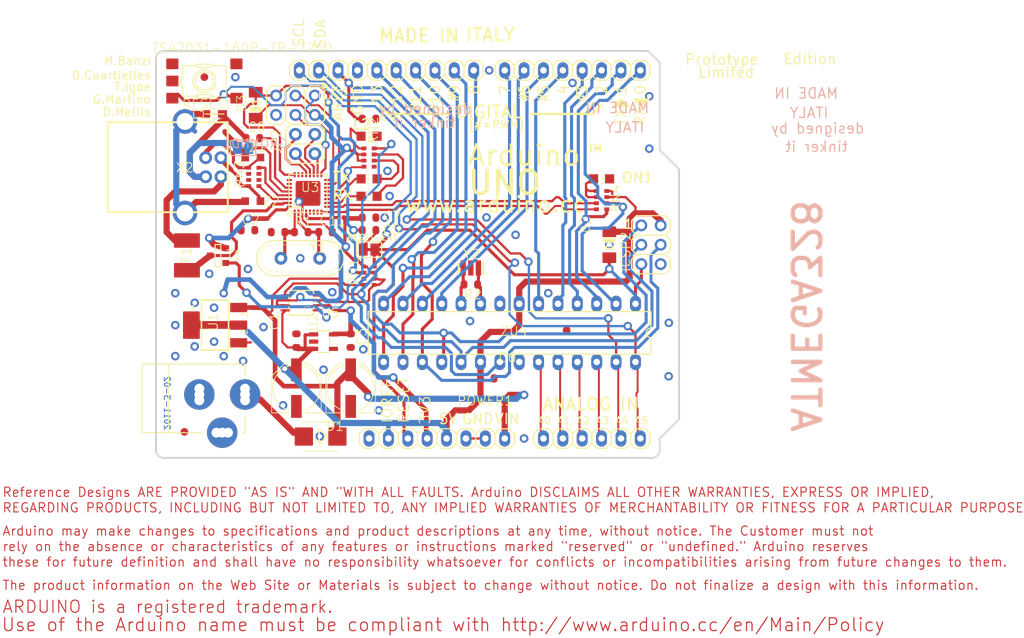
<source format=kicad_pcb>
(kicad_pcb (version 20171130) (host pcbnew "(5.1.9)-1")
  (layers (0 Top signal) (31 Bottom signal) (34 B.Paste user) (35 F.Paste user) (36 B.SilkS user) (37 F.SilkS user) (38 B.Mask user) (39 F.Mask user) (44 Edge.Cuts user))
  (net 0 "")
  (net 1 +5V)
  (net 2 GND)
  (net 3 AREF)
  (net 4 SCK)
  (net 5 MISO)
  (net 6 MOSI)
  (net 7 SS)
  (net 8 AD4/SDA)
  (net 9 AD5/SCL)
  (net 10 IO8)
  (net 11 IO9)
  (net 12 5-GND)
  (net 13 /AD5/SCL)
  (net 14 /AD4/SDA)
  (net 15 /AD3)
  (net 16 /AD2)
  (net 17 /AD1)
  (net 18 /AD0)
  (net 19 /AREF)
  (net 20 /SCK)
  (net 21 /MISO)
  (net 22 /MOSI)
  (net 23 /SS)
  (net 24 /IO9)
  (net 25 /IO8)
  (net 26 /IO7)
  (net 27 /IO6)
  (net 28 /IO5)
  (net 29 /XTAL2)
  (net 30 /XTAL1)
  (net 31 /IO4)
  (net 32 /IO3)
  (net 33 /IO2)
  (net 34 /IO1)
  (net 35 /IO0)
  (net 36 /RESET)
  (net 37 /VIN)
  (net 38 "Net-(RN2-Pad7)")
  (net 39 /RXLED)
  (net 40 "Net-(RN2-Pad6)")
  (net 41 /TXLED)
  (net 42 /PWRIN)
  (net 43 /USHIELD)
  (net 44 /UGND)
  (net 45 /D+)
  (net 46 /D-)
  (net 47 /XUSB)
  (net 48 /USBVCC)
  (net 49 /GATE_CMD)
  (net 50 /RD-)
  (net 51 /RD+)
  (net 52 /TP_VUCAP)
  (net 53 "Net-(U3-Pad26)")
  (net 54 "Net-(U3-Pad25)")
  (net 55 /RESET2)
  (net 56 "Net-(U3-Pad23)")
  (net 57 "Net-(U3-Pad22)")
  (net 58 /PB7)
  (net 59 /PB6)
  (net 60 /PB5)
  (net 61 /PB4)
  (net 62 /MISO2)
  (net 63 /MOSI2)
  (net 64 /SCK2)
  (net 65 "Net-(U3-Pad14)")
  (net 66 /DTR)
  (net 67 "Net-(U3-Pad12)")
  (net 68 /M8RXD)
  (net 69 /M8TXD)
  (net 70 "Net-(U3-Pad7)")
  (net 71 "Net-(U3-Pad6)")
  (net 72 "Net-(U3-Pad5)")
  (net 73 /XT2)
  (net 74 /XT1)
  (net 75 /L13)
  (net 76 /CMP)
  (net 77 "Net-(RN3-Pad7)")
  (net 78 "Net-(RN3-Pad6)")
  (net 79 "Net-(RN3-Pad3)")
  (net 80 "Net-(RN3-Pad2)")
  (net 81 /+3V3)
  (net 82 "Net-(U2-Pad4)")
  (net 83 "Net-(ON1-PadA)")
  (net 84 "Net-(L2-PadA)")
  (net 85 "Net-(POWER1-Pad1)")
  (module "" (layer Top) (at 180.2511 96.1136)
    (fp_text reference @HOLE0 hide)
    (fp_text value "" (at 0 0) (layer F.SilkS) (effects (font (size 1.27 1.27))))
    (pad "" np_thru_hole circle (at 0 0) (size 3.2 3.2) (drill 3.2) (layers *.Cu *.Mask))
  )
  (module "" (layer Top) (at 180.2511 124.0536)
    (fp_text reference @HOLE1 hide)
    (fp_text value "" (at 0 0) (layer F.SilkS) (effects (font (size 1.27 1.27))))
    (pad "" np_thru_hole circle (at 0 0) (size 3.2 3.2) (drill 3.2) (layers *.Cu *.Mask))
  )
  (module "" (layer Top) (at 129.4511 80.8736)
    (fp_text reference @HOLE2 hide)
    (fp_text value "" (at 0 0) (layer F.SilkS) (effects (font (size 1.27 1.27))))
    (pad "" np_thru_hole circle (at 0 0) (size 3.2 3.2) (drill 3.2) (layers *.Cu *.Mask))
  )
  (module "" (layer Top) (at 128.1811 129.1336)
    (fp_text reference @HOLE3 hide)
    (fp_text value "" (at 0 0) (layer F.SilkS) (effects (font (size 1.27 1.27))))
    (pad "" np_thru_hole circle (at 0 0) (size 3.2 3.2) (drill 3.2) (layers *.Cu *.Mask))
  )
  (module arduino_Uno_Rev3-02-TH:DIL28-3 (layer Top) (at 160.5661 115.2906 180)
    (fp_text reference ZU4 (at 1.2884 -0.4786) (layer F.SilkS) (effects (font (size 1.2065 1.2065) (thickness 0.12065)) (justify left bottom)))
    (fp_text value ATMEGA328P-PU)
    (pad 28 thru_hole oval (at -16.51 -3.81 270) (size 2.1336 1.4224) (drill 0.85) (layers *.Cu *.Mask) (net 13 /AD5/SCL))
    (pad 27 thru_hole oval (at -13.97 -3.81 270) (size 2.1336 1.4224) (drill 0.85) (layers *.Cu *.Mask) (net 14 /AD4/SDA))
    (pad 26 thru_hole oval (at -11.43 -3.81 270) (size 2.1336 1.4224) (drill 0.85) (layers *.Cu *.Mask) (net 15 /AD3))
    (pad 25 thru_hole oval (at -8.89 -3.81 270) (size 2.1336 1.4224) (drill 0.85) (layers *.Cu *.Mask) (net 16 /AD2))
    (pad 24 thru_hole oval (at -6.35 -3.81 270) (size 2.1336 1.4224) (drill 0.85) (layers *.Cu *.Mask) (net 17 /AD1))
    (pad 23 thru_hole oval (at -3.81 -3.81 270) (size 2.1336 1.4224) (drill 0.85) (layers *.Cu *.Mask) (net 18 /AD0))
    (pad 22 thru_hole oval (at -1.27 -3.81 270) (size 2.1336 1.4224) (drill 0.85) (layers *.Cu *.Mask) (net 2 GND))
    (pad 21 thru_hole oval (at 1.27 -3.81 270) (size 2.1336 1.4224) (drill 0.85) (layers *.Cu *.Mask) (net 19 /AREF))
    (pad 20 thru_hole oval (at 3.81 -3.81 270) (size 2.1336 1.4224) (drill 0.85) (layers *.Cu *.Mask) (net 1 +5V))
    (pad 19 thru_hole oval (at 6.35 -3.81 270) (size 2.1336 1.4224) (drill 0.85) (layers *.Cu *.Mask) (net 20 /SCK))
    (pad 18 thru_hole oval (at 8.89 -3.81 270) (size 2.1336 1.4224) (drill 0.85) (layers *.Cu *.Mask) (net 21 /MISO))
    (pad 17 thru_hole oval (at 11.43 -3.81 270) (size 2.1336 1.4224) (drill 0.85) (layers *.Cu *.Mask) (net 22 /MOSI))
    (pad 16 thru_hole oval (at 13.97 -3.81 270) (size 2.1336 1.4224) (drill 0.85) (layers *.Cu *.Mask) (net 23 /SS))
    (pad 15 thru_hole oval (at 16.51 -3.81 270) (size 2.1336 1.4224) (drill 0.85) (layers *.Cu *.Mask) (net 24 /IO9))
    (pad 14 thru_hole oval (at 16.51 3.81 270) (size 2.1336 1.4224) (drill 0.85) (layers *.Cu *.Mask) (net 25 /IO8))
    (pad 13 thru_hole oval (at 13.97 3.81 270) (size 2.1336 1.4224) (drill 0.85) (layers *.Cu *.Mask) (net 26 /IO7))
    (pad 12 thru_hole oval (at 11.43 3.81 270) (size 2.1336 1.4224) (drill 0.85) (layers *.Cu *.Mask) (net 27 /IO6))
    (pad 11 thru_hole oval (at 8.89 3.81 270) (size 2.1336 1.4224) (drill 0.85) (layers *.Cu *.Mask) (net 28 /IO5))
    (pad 10 thru_hole oval (at 6.35 3.81 270) (size 2.1336 1.4224) (drill 0.85) (layers *.Cu *.Mask) (net 29 /XTAL2))
    (pad 9 thru_hole oval (at 3.81 3.81 270) (size 2.1336 1.4224) (drill 0.85) (layers *.Cu *.Mask) (net 30 /XTAL1))
    (pad 8 thru_hole oval (at 1.27 3.81 270) (size 2.1336 1.4224) (drill 0.85) (layers *.Cu *.Mask) (net 2 GND))
    (pad 7 thru_hole oval (at -1.27 3.81 270) (size 2.1336 1.4224) (drill 0.85) (layers *.Cu *.Mask) (net 1 +5V))
    (pad 6 thru_hole oval (at -3.81 3.81 270) (size 2.1336 1.4224) (drill 0.85) (layers *.Cu *.Mask) (net 31 /IO4))
    (pad 5 thru_hole oval (at -6.35 3.81 270) (size 2.1336 1.4224) (drill 0.85) (layers *.Cu *.Mask) (net 32 /IO3))
    (pad 4 thru_hole oval (at -8.89 3.81 270) (size 2.1336 1.4224) (drill 0.85) (layers *.Cu *.Mask) (net 33 /IO2))
    (pad 3 thru_hole oval (at -11.43 3.81 270) (size 2.1336 1.4224) (drill 0.85) (layers *.Cu *.Mask) (net 34 /IO1))
    (pad 2 thru_hole oval (at -13.97 3.81 270) (size 2.1336 1.4224) (drill 0.85) (layers *.Cu *.Mask) (net 35 /IO0))
    (pad 1 thru_hole oval (at -16.51 3.81 270) (size 2.1336 1.4224) (drill 0.85) (layers *.Cu *.Mask) (net 36 /RESET))
  )
  (module arduino_Uno_Rev3-02-TH:2X03 (layer Top) (at 179.1081 103.7336 270)
    (fp_text reference ICSP2 (at 3.646 2.603 90) (layer F.SilkS) (effects (font (size 1.2065 1.2065) (thickness 0.12065)) (justify left bottom)))
    (fp_text value "3x2 M")
    (pad 6 thru_hole circle (at 2.54 -1.27 270) (size 1.55 1.55) (drill 0.95) (layers *.Cu *.Mask) (net 2 GND))
    (pad 5 thru_hole circle (at 2.54 1.27 270) (size 1.55 1.55) (drill 0.95) (layers *.Cu *.Mask) (net 36 /RESET))
    (pad 4 thru_hole circle (at 0 -1.27 270) (size 1.55 1.55) (drill 0.95) (layers *.Cu *.Mask) (net 22 /MOSI))
    (pad 3 thru_hole circle (at 0 1.27 270) (size 1.55 1.55) (drill 0.95) (layers *.Cu *.Mask) (net 20 /SCK))
    (pad 2 thru_hole circle (at -2.54 -1.27 270) (size 1.55 1.55) (drill 0.95) (layers *.Cu *.Mask) (net 1 +5V))
    (pad 1 thru_hole circle (at -2.54 1.27 270) (size 1.55 1.55) (drill 0.95) (layers *.Cu *.Mask) (net 21 /MISO))
  )
  (module arduino_Uno_Rev3-02-TH:1X08 (layer Top) (at 168.8211 80.8736 180)
    (fp_text reference IOL1 hide)
    (fp_text value 8x1F-H8.5)
    (pad 8 thru_hole oval (at 8.89 0 270) (size 2.1336 1.4224) (drill 0.85) (layers *.Cu *.Mask) (net 26 /IO7))
    (pad 7 thru_hole oval (at 6.35 0 270) (size 2.1336 1.4224) (drill 0.85) (layers *.Cu *.Mask) (net 27 /IO6))
    (pad 6 thru_hole oval (at 3.81 0 270) (size 2.1336 1.4224) (drill 0.85) (layers *.Cu *.Mask) (net 28 /IO5))
    (pad 5 thru_hole oval (at 1.27 0 270) (size 2.1336 1.4224) (drill 0.85) (layers *.Cu *.Mask) (net 31 /IO4))
    (pad 4 thru_hole oval (at -1.27 0 270) (size 2.1336 1.4224) (drill 0.85) (layers *.Cu *.Mask) (net 32 /IO3))
    (pad 3 thru_hole oval (at -3.81 0 270) (size 2.1336 1.4224) (drill 0.85) (layers *.Cu *.Mask) (net 33 /IO2))
    (pad 2 thru_hole oval (at -6.35 0 270) (size 2.1336 1.4224) (drill 0.85) (layers *.Cu *.Mask) (net 34 /IO1))
    (pad 1 thru_hole oval (at -8.89 0 270) (size 2.1336 1.4224) (drill 0.85) (layers *.Cu *.Mask) (net 35 /IO0))
  )
  (module arduino_Uno_Rev3-02-TH:1X10@1 (layer Top) (at 144.4371 80.8736 180)
    (fp_text reference IOH hide)
    (fp_text value 10x1F-H8.5)
    (pad 10 thru_hole oval (at 11.43 0 270) (size 2.1336 1.4224) (drill 0.85) (layers *.Cu *.Mask) (net 9 AD5/SCL))
    (pad 9 thru_hole oval (at 8.89 0 270) (size 2.1336 1.4224) (drill 0.85) (layers *.Cu *.Mask) (net 8 AD4/SDA))
    (pad 8 thru_hole oval (at 6.35 0 270) (size 2.1336 1.4224) (drill 0.85) (layers *.Cu *.Mask) (net 3 AREF))
    (pad 7 thru_hole oval (at 3.81 0 270) (size 2.1336 1.4224) (drill 0.85) (layers *.Cu *.Mask) (net 2 GND))
    (pad 6 thru_hole oval (at 1.27 0 270) (size 2.1336 1.4224) (drill 0.85) (layers *.Cu *.Mask) (net 4 SCK))
    (pad 5 thru_hole oval (at -1.27 0 270) (size 2.1336 1.4224) (drill 0.85) (layers *.Cu *.Mask) (net 5 MISO))
    (pad 4 thru_hole oval (at -3.81 0 270) (size 2.1336 1.4224) (drill 0.85) (layers *.Cu *.Mask) (net 6 MOSI))
    (pad 3 thru_hole oval (at -6.35 0 270) (size 2.1336 1.4224) (drill 0.85) (layers *.Cu *.Mask) (net 7 SS))
    (pad 2 thru_hole oval (at -8.89 0 270) (size 2.1336 1.4224) (drill 0.85) (layers *.Cu *.Mask) (net 11 IO9))
    (pad 1 thru_hole oval (at -11.43 0 270) (size 2.1336 1.4224) (drill 0.85) (layers *.Cu *.Mask) (net 10 IO8))
  )
  (module arduino_Uno_Rev3-02-TH:1X06 (layer Top) (at 171.3611 129.1336)
    (fp_text reference AD1 hide)
    (fp_text value 6x1F-H8.5)
    (pad 6 thru_hole oval (at 6.35 0 90) (size 2.1336 1.4224) (drill 0.85) (layers *.Cu *.Mask) (net 13 /AD5/SCL))
    (pad 5 thru_hole oval (at 3.81 0 90) (size 2.1336 1.4224) (drill 0.85) (layers *.Cu *.Mask) (net 14 /AD4/SDA))
    (pad 4 thru_hole oval (at 1.27 0 90) (size 2.1336 1.4224) (drill 0.85) (layers *.Cu *.Mask) (net 15 /AD3))
    (pad 3 thru_hole oval (at -1.27 0 90) (size 2.1336 1.4224) (drill 0.85) (layers *.Cu *.Mask) (net 16 /AD2))
    (pad 2 thru_hole oval (at -3.81 0 90) (size 2.1336 1.4224) (drill 0.85) (layers *.Cu *.Mask) (net 17 /AD1))
    (pad 1 thru_hole oval (at -6.35 0 90) (size 2.1336 1.4224) (drill 0.85) (layers *.Cu *.Mask) (net 18 /AD0))
  )
  (module arduino_Uno_Rev3-02-TH:C0603-ROUND (layer Top) (at 126.2761 101.8286 180)
    (fp_text reference C2 (at 0.889 0.635) (layer F.SilkS) (effects (font (size 1.2065 1.2065) (thickness 0.09652)) (justify left bottom)))
    (fp_text value 100n)
    (pad 2 smd roundrect (at 0.889 0 270) (size 1.1 0.8984) (layers Top F.Paste F.Mask) (roundrect_rratio 0.4) (net 1 +5V))
    (pad 1 smd roundrect (at -0.889 0 270) (size 1.1 0.8984) (layers Top F.Paste F.Mask) (roundrect_rratio 0.4) (net 2 GND))
  )
  (module arduino_Uno_Rev3-02-TH:PANASONIC_D (layer Top) (at 139.7381 122.5296 90)
    (fp_text reference PC1 hide)
    (fp_text value 47u)
    (pad + smd roundrect (at 2.4 0 90) (size 3 1.4) (layers Top F.Paste F.Mask) (roundrect_rratio 0.05) (net 37 /VIN))
    (pad - smd roundrect (at -2.4 0 90) (size 3 1.4) (layers Top F.Paste F.Mask) (roundrect_rratio 0.05) (net 2 GND))
  )
  (module arduino_Uno_Rev3-02-TH:PANASONIC_D (layer Top) (at 132.6261 122.5296 90)
    (fp_text reference PC2 hide)
    (fp_text value 47u)
    (pad + smd roundrect (at 2.4 0 90) (size 3 1.4) (layers Top F.Paste F.Mask) (roundrect_rratio 0.05) (net 1 +5V))
    (pad - smd roundrect (at -2.4 0 90) (size 3 1.4) (layers Top F.Paste F.Mask) (roundrect_rratio 0.05) (net 2 GND))
  )
  (module arduino_Uno_Rev3-02-TH:CHIP-LED0805 (layer Top) (at 172.6311 95.0976 270)
    (fp_text reference ON1 (at 0.635 -2.54) (layer F.SilkS) (effects (font (size 1.35128 1.35128) (thickness 0.202692)) (justify left bottom)))
    (fp_text value GREEN)
    (pad A smd roundrect (at 0 1.05 270) (size 1.2 1.2) (layers Top F.Paste F.Mask) (roundrect_rratio 0.05) (net 83 "Net-(ON1-PadA)"))
    (pad C smd roundrect (at 0 -1.05 270) (size 1.2 1.2) (layers Top F.Paste F.Mask) (roundrect_rratio 0.05) (net 2 GND))
  )
  (module arduino_Uno_Rev3-02-TH:CHIP-LED0805 (layer Top) (at 142.1511 97.3836 90)
    (fp_text reference RX1 hide)
    (fp_text value YELLOW)
    (pad A smd roundrect (at 0 1.05 90) (size 1.2 1.2) (layers Top F.Paste F.Mask) (roundrect_rratio 0.05) (net 38 "Net-(RN2-Pad7)"))
    (pad C smd roundrect (at 0 -1.05 90) (size 1.2 1.2) (layers Top F.Paste F.Mask) (roundrect_rratio 0.05) (net 39 /RXLED))
  )
  (module arduino_Uno_Rev3-02-TH:CHIP-LED0805 (layer Top) (at 142.1511 95.0976 90)
    (fp_text reference TX1 hide)
    (fp_text value YELLOW)
    (pad A smd roundrect (at 0 1.05 90) (size 1.2 1.2) (layers Top F.Paste F.Mask) (roundrect_rratio 0.05) (net 40 "Net-(RN2-Pad6)"))
    (pad C smd roundrect (at 0 -1.05 90) (size 1.2 1.2) (layers Top F.Paste F.Mask) (roundrect_rratio 0.05) (net 41 /TXLED))
  )
  (module arduino_Uno_Rev3-02-TH:SMB (layer Top) (at 135.8011 128.8796 180)
    (fp_text reference D1 (at -0.635 0.635) (layer F.SilkS) (effects (font (size 1.2065 1.2065) (thickness 0.12065)) (justify left bottom)))
    (fp_text value M7)
    (pad A smd roundrect (at 2.2 0 180) (size 2.4 2.4) (layers Top F.Paste F.Mask) (roundrect_rratio 0.05) (net 42 /PWRIN))
    (pad C smd roundrect (at -2.2 0 180) (size 2.4 2.4) (layers Top F.Paste F.Mask) (roundrect_rratio 0.05) (net 37 /VIN))
  )
  (module arduino_Uno_Rev3-02-TH:POWERSUPPLY_DC-21MM (layer Top) (at 119.5451 123.2916 90)
    (fp_text reference X1 hide)
    (fp_text value POWERSUPPLY_DC21MMX)
    (pad 9 thru_hole circle (at 0.6858 6.35 90) (size 1.95 1.95) (drill 1.3) (layers *.Cu *.Mask))
    (pad 8 thru_hole circle (at -0.8382 6.35 90) (size 1.95 1.95) (drill 1.3) (layers *.Cu *.Mask))
    (pad 7 thru_hole circle (at 0.6858 0.3556 90) (size 1.95 1.95) (drill 1.3) (layers *.Cu *.Mask))
    (pad 6 thru_hole circle (at -0.8382 0.3556 90) (size 1.95 1.95) (drill 1.3) (layers *.Cu *.Mask))
    (pad 5 thru_hole circle (at -5.08 2.5908 90) (size 1.95 1.95) (drill 1.3) (layers *.Cu *.Mask))
    (pad 4 thru_hole circle (at -5.08 4.1148 90) (size 1.95 1.95) (drill 1.3) (layers *.Cu *.Mask))
    (pad 3 thru_hole circle (at -0.0762 0.3556 90) (size 4 4) (drill 1.3) (layers *.Cu *.Mask) (net 2 GND))
    (pad 2 thru_hole circle (at -0.0762 6.35 90) (size 4 4) (drill 1.3) (layers *.Cu *.Mask) (net 42 /PWRIN))
    (pad 1 thru_hole circle (at -5.08 3.3528 180) (size 4 4) (drill 1.3) (layers *.Cu *.Mask) (net 2 GND))
  )
  (module arduino_Uno_Rev3-02-TH:FIDUCIA-MOUNT (layer Top) (at 120.5611 81.7626)
    (fp_text reference FD1 hide)
    (fp_text value FIDUCIALMOUNT hide)
    (pad P$1 smd roundrect (at 0 0) (size 1.016 1.016) (layers Top F.Paste F.Mask) (roundrect_rratio 0.5))
  )
  (module arduino_Uno_Rev3-02-TH:FIDUCIA-MOUNT (layer Top) (at 168.0511 114.9326)
    (fp_text reference FD2 hide)
    (fp_text value FIDUCIALMOUNT hide)
    (pad P$1 smd roundrect (at 0 0) (size 1.016 1.016) (layers Top F.Paste F.Mask) (roundrect_rratio 0.5))
  )
  (module arduino_Uno_Rev3-02-TH:FIDUCIA-MOUNT (layer Top) (at 117.9411 128.2636)
    (fp_text reference FD3 hide)
    (fp_text value FIDUCIALMOUNT hide)
    (pad P$1 smd roundrect (at 0 0) (size 1.016 1.016) (layers Top F.Paste F.Mask) (roundrect_rratio 0.5))
  )
  (module arduino_Uno_Rev3-02-TH:PN61729 (layer Top) (at 118.0211 93.5736 270)
    (fp_text reference X2 (at 0.762 1.27) (layer F.SilkS) (effects (font (size 1.2065 1.2065) (thickness 0.12065)) (justify left bottom)))
    (fp_text value USB-B_TH)
    (pad P$2 thru_hole circle (at 6 0 270) (size 3.216 3.216) (drill 2.2) (layers *.Cu *.Mask) (net 43 /USHIELD))
    (pad P$1 thru_hole circle (at -6 0 270) (size 3.216 3.216) (drill 2.2) (layers *.Cu *.Mask) (net 43 /USHIELD))
    (pad 4 thru_hole circle (at 1.25 -2.71 270) (size 1.6764 1.6764) (drill 0.95) (layers *.Cu *.Mask) (net 44 /UGND))
    (pad 3 thru_hole circle (at -1.25 -2.71 270) (size 1.6764 1.6764) (drill 0.95) (layers *.Cu *.Mask) (net 45 /D+))
    (pad 2 thru_hole circle (at -1.25 -4.71 270) (size 1.6764 1.6764) (drill 0.95) (layers *.Cu *.Mask) (net 46 /D-))
    (pad 1 thru_hole circle (at 1.25 -4.71 270) (size 1.6764 1.6764) (drill 0.95) (layers *.Cu *.Mask) (net 47 /XUSB))
  )
  (module arduino_Uno_Rev3-02-TH:SOT223 (layer Top) (at 121.9581 114.2746 90)
    (fp_text reference U1 (at -0.889 0.4572 90) (layer F.SilkS) (effects (font (size 1.2065 1.2065) (thickness 0.12065)) (justify left bottom)))
    (fp_text value NCP1117ST50T3G)
    (fp_text user 2 (at -1.2906 4.3274 90) (layer F.SilkS) (effects (font (size 0.77216 0.77216) (thickness 0.097536)) (justify left bottom)))
    (fp_text user 1 (at -3.4526 4.318 90) (layer F.SilkS) (effects (font (size 0.77216 0.77216) (thickness 0.097536)) (justify left bottom)))
    (fp_text user 4 (at 1.905 -2.54 90) (layer F.SilkS) (effects (font (size 0.77216 0.77216) (thickness 0.097536)) (justify left bottom)))
    (fp_text user 3 (at 1.0208 4.318 90) (layer F.SilkS) (effects (font (size 0.77216 0.77216) (thickness 0.097536)) (justify left bottom)))
    (pad 4 smd roundrect (at 0 -3.099 90) (size 3.6 2.2) (layers Top F.Paste F.Mask) (roundrect_rratio 0.05) (net 1 +5V))
    (pad 3 smd roundrect (at 2.3114 3.0988 90) (size 1.2192 2.2352) (layers Top F.Paste F.Mask) (roundrect_rratio 0.05) (net 37 /VIN))
    (pad 2 smd roundrect (at 0 3.0988 90) (size 1.2192 2.2352) (layers Top F.Paste F.Mask) (roundrect_rratio 0.05) (net 1 +5V))
    (pad 1 smd roundrect (at -2.3114 3.0988 90) (size 1.2192 2.2352) (layers Top F.Paste F.Mask) (roundrect_rratio 0.05) (net 2 GND))
  )
  (module arduino_Uno_Rev3-02-TH:C0603-ROUND (layer Top) (at 142.1511 87.2236 180)
    (fp_text reference C4 (at -1.27 -0.381) (layer F.SilkS) (effects (font (size 1.2065 1.2065) (thickness 0.12065)) (justify left bottom)))
    (fp_text value 100n)
    (pad 2 smd roundrect (at 0.889 0 270) (size 1.1 0.8984) (layers Top F.Paste F.Mask) (roundrect_rratio 0.4) (net 19 /AREF))
    (pad 1 smd roundrect (at -0.889 0 270) (size 1.1 0.8984) (layers Top F.Paste F.Mask) (roundrect_rratio 0.4) (net 2 GND))
  )
  (module arduino_Uno_Rev3-02-TH:L1812 (layer Top) (at 118.2751 105.1306 90)
    (fp_text reference F1 (at -1.143 0.635 90) (layer F.SilkS) (effects (font (size 1.2065 1.2065) (thickness 0.12065)) (justify left bottom)))
    (fp_text value "MF-MSMF050-2 500mA")
    (pad 2 smd roundrect (at 1.95 0 90) (size 1.9 3.4) (layers Top F.Paste F.Mask) (roundrect_rratio 0.05) (net 47 /XUSB))
    (pad 1 smd roundrect (at -1.95 0 90) (size 1.9 3.4) (layers Top F.Paste F.Mask) (roundrect_rratio 0.05) (net 48 /USBVCC))
  )
  (module arduino_Uno_Rev3-02-TH:C0603-ROUND (layer Top) (at 142.1511 100.1776)
    (fp_text reference C7 (at 1.778 0.508) (layer F.SilkS) (effects (font (size 1.2065 1.2065) (thickness 0.12065)) (justify left bottom)))
    (fp_text value 100n)
    (pad 2 smd roundrect (at 0.889 0 90) (size 1.1 0.8984) (layers Top F.Paste F.Mask) (roundrect_rratio 0.4) (net 2 GND))
    (pad 1 smd roundrect (at -0.889 0 90) (size 1.1 0.8984) (layers Top F.Paste F.Mask) (roundrect_rratio 0.4) (net 1 +5V))
  )
  (module arduino_Uno_Rev3-02-TH:CHIP-LED0805 (layer Top) (at 142.1511 89.5096 270)
    (fp_text reference L2 (at -0.762 2.286) (layer F.SilkS) (effects (font (size 1.35128 1.35128) (thickness 0.202692)) (justify left bottom)))
    (fp_text value YELLOW)
    (pad A smd roundrect (at 0 1.05 270) (size 1.2 1.2) (layers Top F.Paste F.Mask) (roundrect_rratio 0.05) (net 84 "Net-(L2-PadA)"))
    (pad C smd roundrect (at 0 -1.05 270) (size 1.2 1.2) (layers Top F.Paste F.Mask) (roundrect_rratio 0.05) (net 2 GND))
  )
  (module arduino_Uno_Rev3-02-TH:SOT-23 (layer Top) (at 122.3391 105.1306 270)
    (fp_text reference T1 (at 0.635 -1.016) (layer F.SilkS) (effects (font (size 1.2065 1.2065) (thickness 0.12065)) (justify left bottom)))
    (fp_text value FDN340P)
    (pad 1 smd roundrect (at 0.0254 1.016 270) (size 0.7874 0.889) (layers Top F.Paste F.Mask) (roundrect_rratio 0.06451612903225806) (net 48 /USBVCC))
    (pad 2 smd roundrect (at -0.9398 -1.016 270) (size 0.7874 0.889) (layers Top F.Paste F.Mask) (roundrect_rratio 0.06451612903225806) (net 1 +5V))
    (pad 3 smd roundrect (at 0.9906 -1.016 270) (size 0.7874 0.889) (layers Top F.Paste F.Mask) (roundrect_rratio 0.06451612903225806) (net 49 /GATE_CMD))
  )
  (module arduino_Uno_Rev3-02-TH:C0603-ROUND (layer Top) (at 132.6261 116.3066 270)
    (fp_text reference C1 (at -1.27 2.159 90) (layer F.SilkS) (effects (font (size 1.2065 1.2065) (thickness 0.12065)) (justify left bottom)))
    (fp_text value 100n)
    (pad 2 smd roundrect (at 0.889 0) (size 1.1 0.8984) (layers Top F.Paste F.Mask) (roundrect_rratio 0.4) (net 1 +5V))
    (pad 1 smd roundrect (at -0.889 0) (size 1.1 0.8984) (layers Top F.Paste F.Mask) (roundrect_rratio 0.4) (net 2 GND))
  )
  (module arduino_Uno_Rev3-02-TH:MLF32 (layer Top) (at 134.1501 97.0026 90)
    (fp_text reference U3 (at 0.0748 -1.0061) (layer F.SilkS) (effects (font (size 1.2065 1.2065) (thickness 0.12065)) (justify left bottom)))
    (fp_text value "ATMEGA16U2-MU(R)" hide)
    (fp_text user 1 (at -3.1 -2 90) (layer F.SilkS) (effects (font (size 0.77216 0.77216) (thickness 0.065024)) (justify left bottom)))
    (pad 33 smd roundrect (at 0 0 270) (size 3.254 3.254) (layers Top F.Mask) (roundrect_rratio 0.075) (net 2 GND))
    (pad 32 smd roundrect (at -1.75 -2.45 270) (size 0.28 0.7) (layers Top F.Paste F.Mask) (roundrect_rratio 0.4) (net 1 +5V))
    (pad 31 smd roundrect (at -1.25 -2.45 270) (size 0.28 0.7) (layers Top F.Paste F.Mask) (roundrect_rratio 0.4) (net 48 /USBVCC))
    (pad 30 smd roundrect (at -0.75 -2.45 270) (size 0.28 0.7) (layers Top F.Paste F.Mask) (roundrect_rratio 0.4) (net 50 /RD-))
    (pad 29 smd roundrect (at -0.25 -2.45 270) (size 0.28 0.7) (layers Top F.Paste F.Mask) (roundrect_rratio 0.4) (net 51 /RD+))
    (pad 28 smd roundrect (at 0.25 -2.45 270) (size 0.28 0.7) (layers Top F.Paste F.Mask) (roundrect_rratio 0.4) (net 44 /UGND))
    (pad 27 smd roundrect (at 0.75 -2.45 270) (size 0.28 0.7) (layers Top F.Paste F.Mask) (roundrect_rratio 0.4) (net 52 /TP_VUCAP))
    (pad 26 smd roundrect (at 1.25 -2.45 270) (size 0.28 0.7) (layers Top F.Paste F.Mask) (roundrect_rratio 0.4) (net 53 "Net-(U3-Pad26)"))
    (pad 25 smd roundrect (at 1.75 -2.45 270) (size 0.28 0.7) (layers Top F.Paste F.Mask) (roundrect_rratio 0.4) (net 54 "Net-(U3-Pad25)"))
    (pad 24 smd roundrect (at 2.45 -1.75 180) (size 0.28 0.7) (layers Top F.Paste F.Mask) (roundrect_rratio 0.4) (net 55 /RESET2))
    (pad 23 smd roundrect (at 2.45 -1.25 180) (size 0.28 0.7) (layers Top F.Paste F.Mask) (roundrect_rratio 0.4) (net 56 "Net-(U3-Pad23)"))
    (pad 22 smd roundrect (at 2.45 -0.75 180) (size 0.28 0.7) (layers Top F.Paste F.Mask) (roundrect_rratio 0.4) (net 57 "Net-(U3-Pad22)"))
    (pad 21 smd roundrect (at 2.45 -0.25 180) (size 0.28 0.7) (layers Top F.Paste F.Mask) (roundrect_rratio 0.4) (net 58 /PB7))
    (pad 20 smd roundrect (at 2.45 0.25 180) (size 0.28 0.7) (layers Top F.Paste F.Mask) (roundrect_rratio 0.4) (net 59 /PB6))
    (pad 19 smd roundrect (at 2.45 0.75 180) (size 0.28 0.7) (layers Top F.Paste F.Mask) (roundrect_rratio 0.4) (net 60 /PB5))
    (pad 18 smd roundrect (at 2.45 1.25 180) (size 0.28 0.7) (layers Top F.Paste F.Mask) (roundrect_rratio 0.4) (net 61 /PB4))
    (pad 17 smd roundrect (at 2.45 1.75 180) (size 0.28 0.7) (layers Top F.Paste F.Mask) (roundrect_rratio 0.4) (net 62 /MISO2))
    (pad 16 smd roundrect (at 1.75 2.45 270) (size 0.28 0.7) (layers Top F.Paste F.Mask) (roundrect_rratio 0.4) (net 63 /MOSI2))
    (pad 15 smd roundrect (at 1.25 2.45 270) (size 0.28 0.7) (layers Top F.Paste F.Mask) (roundrect_rratio 0.4) (net 64 /SCK2))
    (pad 14 smd roundrect (at 0.75 2.45 270) (size 0.28 0.7) (layers Top F.Paste F.Mask) (roundrect_rratio 0.4) (net 65 "Net-(U3-Pad14)"))
    (pad 13 smd roundrect (at 0.25 2.45 270) (size 0.28 0.7) (layers Top F.Paste F.Mask) (roundrect_rratio 0.4) (net 66 /DTR))
    (pad 12 smd roundrect (at -0.25 2.45 270) (size 0.28 0.7) (layers Top F.Paste F.Mask) (roundrect_rratio 0.4) (net 67 "Net-(U3-Pad12)"))
    (pad 11 smd roundrect (at -0.75 2.45 270) (size 0.28 0.7) (layers Top F.Paste F.Mask) (roundrect_rratio 0.4) (net 41 /TXLED))
    (pad 10 smd roundrect (at -1.25 2.45 270) (size 0.28 0.7) (layers Top F.Paste F.Mask) (roundrect_rratio 0.4) (net 39 /RXLED))
    (pad 9 smd roundrect (at -1.75 2.45 270) (size 0.28 0.7) (layers Top F.Paste F.Mask) (roundrect_rratio 0.4) (net 68 /M8RXD))
    (pad 8 smd roundrect (at -2.45 1.75 180) (size 0.28 0.7) (layers Top F.Paste F.Mask) (roundrect_rratio 0.4) (net 69 /M8TXD))
    (pad 7 smd roundrect (at -2.45 1.25 180) (size 0.28 0.7) (layers Top F.Paste F.Mask) (roundrect_rratio 0.4) (net 70 "Net-(U3-Pad7)"))
    (pad 6 smd roundrect (at -2.45 0.75 180) (size 0.28 0.7) (layers Top F.Paste F.Mask) (roundrect_rratio 0.4) (net 71 "Net-(U3-Pad6)"))
    (pad 5 smd roundrect (at -2.45 0.25 180) (size 0.28 0.7) (layers Top F.Paste F.Mask) (roundrect_rratio 0.4) (net 72 "Net-(U3-Pad5)"))
    (pad 4 smd roundrect (at -2.45 -0.25 180) (size 0.28 0.7) (layers Top F.Paste F.Mask) (roundrect_rratio 0.4) (net 1 +5V))
    (pad 3 smd roundrect (at -2.45 -0.75 180) (size 0.28 0.7) (layers Top F.Paste F.Mask) (roundrect_rratio 0.4) (net 2 GND))
    (pad 2 smd roundrect (at -2.45 -1.25 180) (size 0.28 0.7) (layers Top F.Paste F.Mask) (roundrect_rratio 0.4) (net 73 /XT2))
    (pad 1 smd roundrect (at -2.45 -1.75 180) (size 0.28 0.7) (layers Top F.Paste F.Mask) (roundrect_rratio 0.4) (net 74 /XT1))
  )
  (module arduino_Uno_Rev3-02-TH:C0603-ROUND (layer Top) (at 142.1511 101.8286)
    (fp_text reference C5 (at 1.651 0.635) (layer F.SilkS) (effects (font (size 1.2065 1.2065) (thickness 0.12065)) (justify left bottom)))
    (fp_text value 100n)
    (pad 2 smd roundrect (at 0.889 0 90) (size 1.1 0.8984) (layers Top F.Paste F.Mask) (roundrect_rratio 0.4) (net 36 /RESET))
    (pad 1 smd roundrect (at -0.889 0 90) (size 1.1 0.8984) (layers Top F.Paste F.Mask) (roundrect_rratio 0.4) (net 66 /DTR))
  )
  (module arduino_Uno_Rev3-02-TH:2X03 (layer Top) (at 132.4991 85.4456 180)
    (fp_text reference ICSP1 (at -2.794 0.635) (layer F.SilkS) (effects (font (size 1.2065 1.2065) (thickness 0.12065)) (justify left bottom)))
    (fp_text value "3x2 M")
    (pad 6 thru_hole circle (at 2.54 -1.27 180) (size 1.55 1.55) (drill 0.95) (layers *.Cu *.Mask) (net 2 GND))
    (pad 5 thru_hole circle (at 2.54 1.27 180) (size 1.55 1.55) (drill 0.95) (layers *.Cu *.Mask) (net 55 /RESET2))
    (pad 4 thru_hole circle (at 0 -1.27 180) (size 1.55 1.55) (drill 0.95) (layers *.Cu *.Mask) (net 63 /MOSI2))
    (pad 3 thru_hole circle (at 0 1.27 180) (size 1.55 1.55) (drill 0.95) (layers *.Cu *.Mask) (net 64 /SCK2))
    (pad 2 thru_hole circle (at -2.54 -1.27 180) (size 1.55 1.55) (drill 0.95) (layers *.Cu *.Mask) (net 1 +5V))
    (pad 1 thru_hole circle (at -2.54 1.27 180) (size 1.55 1.55) (drill 0.95) (layers *.Cu *.Mask) (net 62 /MISO2))
  )
  (module arduino_Uno_Rev3-02-TH:CT_CN0603 (layer Top) (at 126.9111 92.3036 180)
    (fp_text reference Z1 (at 0.611 0.619) (layer F.SilkS) (effects (font (size 1.2065 1.2065) (thickness 0.12065)) (justify left bottom)))
    (fp_text value CG0603MLC-05E)
    (pad 2 smd roundrect (at 1 0 180) (size 1 1) (layers Top F.Paste F.Mask) (roundrect_rratio 0.0508) (net 43 /USHIELD))
    (pad 1 smd roundrect (at -1 0 180) (size 1 1) (layers Top F.Paste F.Mask) (roundrect_rratio 0.0508) (net 45 /D+))
  )
  (module arduino_Uno_Rev3-02-TH:CT_CN0603 (layer Top) (at 126.9111 98.0186 180)
    (fp_text reference Z2 (at -1.167 -0.778) (layer F.SilkS) (effects (font (size 1.2065 1.2065) (thickness 0.12065)) (justify left bottom)))
    (fp_text value CG0603MLC-05E)
    (pad 2 smd roundrect (at 1 0 180) (size 1 1) (layers Top F.Paste F.Mask) (roundrect_rratio 0.0508) (net 43 /USHIELD))
    (pad 1 smd roundrect (at -1 0 180) (size 1 1) (layers Top F.Paste F.Mask) (roundrect_rratio 0.0508) (net 46 /D-))
  )
  (module arduino_Uno_Rev3-02-TH:SJ (layer Bottom) (at 125.6411 91.0336 180)
    (fp_text reference GROUND1 (at 2.794 -0.127) (layer B.SilkS) (effects (font (size 1.2065 1.2065) (thickness 0.12065)) (justify right bottom mirror)))
    (fp_text value SJ)
    (pad 2 smd roundrect (at 0.762 0 180) (size 1.1684 1.6002) (layers Bottom B.Paste B.Mask) (roundrect_rratio 0.05) (net 44 /UGND))
    (pad 1 smd roundrect (at -0.762 0 180) (size 1.1684 1.6002) (layers Bottom B.Paste B.Mask) (roundrect_rratio 0.05) (net 2 GND))
  )
  (module arduino_Uno_Rev3-02-TH:0805 (layer Top) (at 121.8311 86.5886 180)
    (fp_text reference L1 (at 3.048 -0.6985) (layer F.SilkS) (effects (font (size 1.2065 1.2065) (thickness 0.12065)) (justify left bottom)))
    (fp_text value BLM21)
    (pad 2 smd roundrect (at 1.1 0 180) (size 1.2 1) (layers Top F.Paste F.Mask) (roundrect_rratio 0.0508) (net 43 /USHIELD))
    (pad 1 smd roundrect (at -1.1 0 180) (size 1.2 1) (layers Top F.Paste F.Mask) (roundrect_rratio 0.0508) (net 44 /UGND))
  )
  (module arduino_Uno_Rev3-02-TH:SJ (layer Top) (at 142.1511 104.3686)
    (fp_text reference RESET-EN1 (at -2.921 -1.143) (layer F.SilkS) (effects (font (size 0.77216 0.77216) (thickness 0.115824)) (justify left bottom)))
    (fp_text value SJ)
    (pad 2 smd roundrect (at 0.762 0) (size 1.1684 1.6002) (layers Top F.Paste F.Mask) (roundrect_rratio 0.05) (net 36 /RESET))
    (pad 1 smd roundrect (at -0.762 0) (size 1.1684 1.6002) (layers Top F.Paste F.Mask) (roundrect_rratio 0.05) (net 36 /RESET))
  )
  (module arduino_Uno_Rev3-02-TH:R0603-ROUND (layer Top) (at 155.4861 108.9406 180)
    (fp_text reference R2 (at 1.016 -2.032) (layer F.SilkS) (effects (font (size 1.2065 1.2065) (thickness 0.12065)) (justify left bottom)))
    (fp_text value 1M)
    (pad 2 smd roundrect (at 0.889 0 180) (size 0.8984 1.1) (layers Top F.Paste F.Mask) (roundrect_rratio 0.4) (net 29 /XTAL2))
    (pad 1 smd roundrect (at -0.889 0 180) (size 0.8984 1.1) (layers Top F.Paste F.Mask) (roundrect_rratio 0.4) (net 30 /XTAL1))
  )
  (module arduino_Uno_Rev3-02-TH:CAY16 (layer Top) (at 142.1511 92.3036 270)
    (fp_text reference RN2 (at -1.651 -1.27 90) (layer F.SilkS) (effects (font (size 1.2065 1.2065) (thickness 0.12065)) (justify left bottom)))
    (fp_text value 1K)
    (pad 8 smd roundrect (at -1.2 -0.675 270) (size 0.5 0.65) (layers Top F.Paste F.Mask) (roundrect_rratio 0.1016) (net 75 /L13))
    (pad 7 smd roundrect (at -0.4 -0.675 270) (size 0.5 0.65) (layers Top F.Paste F.Mask) (roundrect_rratio 0.1016) (net 38 "Net-(RN2-Pad7)"))
    (pad 6 smd roundrect (at 0.4 -0.675 270) (size 0.5 0.65) (layers Top F.Paste F.Mask) (roundrect_rratio 0.1016) (net 40 "Net-(RN2-Pad6)"))
    (pad 5 smd roundrect (at 1.2 -0.675 270) (size 0.5 0.65) (layers Top F.Paste F.Mask) (roundrect_rratio 0.1016) (net 2 GND))
    (pad 4 smd roundrect (at 1.2 0.675 270) (size 0.5 0.65) (layers Top F.Paste F.Mask) (roundrect_rratio 0.1016) (net 66 /DTR))
    (pad 3 smd roundrect (at 0.4 0.675 270) (size 0.5 0.65) (layers Top F.Paste F.Mask) (roundrect_rratio 0.1016) (net 1 +5V))
    (pad 2 smd roundrect (at -0.4 0.675 270) (size 0.5 0.65) (layers Top F.Paste F.Mask) (roundrect_rratio 0.1016) (net 1 +5V))
    (pad 1 smd roundrect (at -1.2 0.675 270) (size 0.5 0.65) (layers Top F.Paste F.Mask) (roundrect_rratio 0.1016) (net 84 "Net-(L2-PadA)"))
  )
  (module arduino_Uno_Rev3-02-TH:CAY16 (layer Top) (at 142.1511 107.7976 90)
    (fp_text reference RN1 (at -1.397 -1.27 90) (layer F.SilkS) (effects (font (size 1.2065 1.2065) (thickness 0.12065)) (justify left bottom)))
    (fp_text value 10K)
    (pad 8 smd roundrect (at -1.2 -0.675 90) (size 0.5 0.65) (layers Top F.Paste F.Mask) (roundrect_rratio 0.1016) (net 37 /VIN))
    (pad 7 smd roundrect (at -0.4 -0.675 90) (size 0.5 0.65) (layers Top F.Paste F.Mask) (roundrect_rratio 0.1016) (net 2 GND))
    (pad 6 smd roundrect (at 0.4 -0.675 90) (size 0.5 0.65) (layers Top F.Paste F.Mask) (roundrect_rratio 0.1016) (net 55 /RESET2))
    (pad 5 smd roundrect (at 1.2 -0.675 90) (size 0.5 0.65) (layers Top F.Paste F.Mask) (roundrect_rratio 0.1016) (net 1 +5V))
    (pad 4 smd roundrect (at 1.2 0.675 90) (size 0.5 0.65) (layers Top F.Paste F.Mask) (roundrect_rratio 0.1016) (net 36 /RESET))
    (pad 3 smd roundrect (at 0.4 0.675 90) (size 0.5 0.65) (layers Top F.Paste F.Mask) (roundrect_rratio 0.1016) (net 1 +5V))
    (pad 2 smd roundrect (at -0.4 0.675 90) (size 0.5 0.65) (layers Top F.Paste F.Mask) (roundrect_rratio 0.1016) (net 76 /CMP))
    (pad 1 smd roundrect (at -1.2 0.675 90) (size 0.5 0.65) (layers Top F.Paste F.Mask) (roundrect_rratio 0.1016) (net 76 /CMP))
  )
  (module arduino_Uno_Rev3-02-TH:C0603-ROUND (layer Top) (at 157.6451 121.2596 180)
    (fp_text reference C6 (at -1.397 2.032) (layer F.SilkS) (effects (font (size 1.2065 1.2065) (thickness 0.12065)) (justify left bottom)))
    (fp_text value 100n)
    (pad 2 smd roundrect (at 0.889 0 270) (size 1.1 0.8984) (layers Top F.Paste F.Mask) (roundrect_rratio 0.4) (net 1 +5V))
    (pad 1 smd roundrect (at -0.889 0 270) (size 1.1 0.8984) (layers Top F.Paste F.Mask) (roundrect_rratio 0.4) (net 2 GND))
  )
  (module arduino_Uno_Rev3-02-TH:C0603-ROUND (layer Top) (at 126.9111 89.7636 180)
    (fp_text reference C8 (at 0.762 0.762) (layer F.SilkS) (effects (font (size 1.2065 1.2065) (thickness 0.12065)) (justify left bottom)))
    (fp_text value 1u)
    (pad 2 smd roundrect (at 0.889 0 270) (size 1.1 0.8984) (layers Top F.Paste F.Mask) (roundrect_rratio 0.4) (net 44 /UGND))
    (pad 1 smd roundrect (at -0.889 0 270) (size 1.1 0.8984) (layers Top F.Paste F.Mask) (roundrect_rratio 0.4) (net 52 /TP_VUCAP))
  )
  (module arduino_Uno_Rev3-02-TH:CAY16 (layer Top) (at 172.6311 97.8916 90)
    (fp_text reference RN4 (at -1.651 2.54 90) (layer F.SilkS) (effects (font (size 1.2065 1.2065) (thickness 0.12065)) (justify left bottom)))
    (fp_text value 1K)
    (pad 8 smd roundrect (at -1.2 -0.675 90) (size 0.5 0.65) (layers Top F.Paste F.Mask) (roundrect_rratio 0.1016) (net 69 /M8TXD))
    (pad 7 smd roundrect (at -0.4 -0.675 90) (size 0.5 0.65) (layers Top F.Paste F.Mask) (roundrect_rratio 0.1016) (net 68 /M8RXD))
    (pad 6 smd roundrect (at 0.4 -0.675 90) (size 0.5 0.65) (layers Top F.Paste F.Mask) (roundrect_rratio 0.1016) (net 83 "Net-(ON1-PadA)"))
    (pad 5 smd roundrect (at 1.2 -0.675 90) (size 0.5 0.65) (layers Top F.Paste F.Mask) (roundrect_rratio 0.1016) (net 83 "Net-(ON1-PadA)"))
    (pad 4 smd roundrect (at 1.2 0.675 90) (size 0.5 0.65) (layers Top F.Paste F.Mask) (roundrect_rratio 0.1016) (net 1 +5V))
    (pad 3 smd roundrect (at 0.4 0.675 90) (size 0.5 0.65) (layers Top F.Paste F.Mask) (roundrect_rratio 0.1016) (net 1 +5V))
    (pad 2 smd roundrect (at -0.4 0.675 90) (size 0.5 0.65) (layers Top F.Paste F.Mask) (roundrect_rratio 0.1016) (net 35 /IO0))
    (pad 1 smd roundrect (at -1.2 0.675 90) (size 0.5 0.65) (layers Top F.Paste F.Mask) (roundrect_rratio 0.1016) (net 34 /IO1))
  )
  (module arduino_Uno_Rev3-02-TH:CAY16 (layer Top) (at 127.0381 94.8436 90)
    (fp_text reference RN3 (at -1.524 -1.143 90) (layer F.SilkS) (effects (font (size 1.2065 1.2065) (thickness 0.12065)) (justify left bottom)))
    (fp_text value 22R)
    (pad 8 smd roundrect (at -1.2 -0.675 90) (size 0.5 0.65) (layers Top F.Paste F.Mask) (roundrect_rratio 0.1016) (net 46 /D-))
    (pad 7 smd roundrect (at -0.4 -0.675 90) (size 0.5 0.65) (layers Top F.Paste F.Mask) (roundrect_rratio 0.1016) (net 77 "Net-(RN3-Pad7)"))
    (pad 6 smd roundrect (at 0.4 -0.675 90) (size 0.5 0.65) (layers Top F.Paste F.Mask) (roundrect_rratio 0.1016) (net 78 "Net-(RN3-Pad6)"))
    (pad 5 smd roundrect (at 1.2 -0.675 90) (size 0.5 0.65) (layers Top F.Paste F.Mask) (roundrect_rratio 0.1016) (net 45 /D+))
    (pad 4 smd roundrect (at 1.2 0.675 90) (size 0.5 0.65) (layers Top F.Paste F.Mask) (roundrect_rratio 0.1016) (net 51 /RD+))
    (pad 3 smd roundrect (at 0.4 0.675 90) (size 0.5 0.65) (layers Top F.Paste F.Mask) (roundrect_rratio 0.1016) (net 79 "Net-(RN3-Pad3)"))
    (pad 2 smd roundrect (at -0.4 0.675 90) (size 0.5 0.65) (layers Top F.Paste F.Mask) (roundrect_rratio 0.1016) (net 80 "Net-(RN3-Pad2)"))
    (pad 1 smd roundrect (at -1.2 0.675 90) (size 0.5 0.65) (layers Top F.Paste F.Mask) (roundrect_rratio 0.1016) (net 50 /RD-))
  )
  (module arduino_Uno_Rev3-02-TH:C0603-ROUND (layer Top) (at 139.7381 116.3066 90)
    (fp_text reference C3 (at -0.762 2.159 90) (layer F.SilkS) (effects (font (size 1.2065 1.2065) (thickness 0.12065)) (justify left bottom)))
    (fp_text value 1u)
    (pad 2 smd roundrect (at 0.889 0 180) (size 1.1 0.8984) (layers Top F.Paste F.Mask) (roundrect_rratio 0.4) (net 81 /+3V3))
    (pad 1 smd roundrect (at -0.889 0 180) (size 1.1 0.8984) (layers Top F.Paste F.Mask) (roundrect_rratio 0.4) (net 2 GND))
  )
  (module arduino_Uno_Rev3-02-TH:R0603-ROUND (layer Top) (at 133.2611 102.0826)
    (fp_text reference R1 (at -1.016 -0.635) (layer F.SilkS) (effects (font (size 1.2065 1.2065) (thickness 0.12065)) (justify left bottom)))
    (fp_text value 1M)
    (pad 2 smd roundrect (at 0.889 0) (size 0.8984 1.1) (layers Top F.Paste F.Mask) (roundrect_rratio 0.4) (net 73 /XT2))
    (pad 1 smd roundrect (at -0.889 0) (size 0.8984 1.1) (layers Top F.Paste F.Mask) (roundrect_rratio 0.4) (net 74 /XT1))
  )
  (module arduino_Uno_Rev3-02-TH:C0603-ROUND (layer Top) (at 130.2131 102.0826 180)
    (fp_text reference C9 (at -1.016 1.905) (layer F.SilkS) (effects (font (size 1.2065 1.2065) (thickness 0.09652)) (justify left bottom)))
    (fp_text value 22p)
    (pad 2 smd roundrect (at 0.889 0 270) (size 1.1 0.8984) (layers Top F.Paste F.Mask) (roundrect_rratio 0.4) (net 2 GND))
    (pad 1 smd roundrect (at -0.889 0 270) (size 1.1 0.8984) (layers Top F.Paste F.Mask) (roundrect_rratio 0.4) (net 74 /XT1))
  )
  (module arduino_Uno_Rev3-02-TH:C0603-ROUND (layer Top) (at 136.4361 102.0826)
    (fp_text reference C11 (at -0.889 -0.762) (layer F.SilkS) (effects (font (size 1.2065 1.2065) (thickness 0.09652)) (justify left bottom)))
    (fp_text value 22p)
    (pad 2 smd roundrect (at 0.889 0 90) (size 1.1 0.8984) (layers Top F.Paste F.Mask) (roundrect_rratio 0.4) (net 2 GND))
    (pad 1 smd roundrect (at -0.889 0 90) (size 1.1 0.8984) (layers Top F.Paste F.Mask) (roundrect_rratio 0.4) (net 73 /XT2))
  )
  (module arduino_Uno_Rev3-02-TH:2X02 (layer Top) (at 133.7691 90.5256 90)
    (fp_text reference JP2 (at -1.397 -3.048 90) (layer F.SilkS) (effects (font (size 1.2065 1.2065) (thickness 0.12065)) (justify left bottom)))
    (fp_text value "2x2 M - NM")
    (pad 4 thru_hole circle (at 1.27 -1.27 90) (size 1.6764 1.6764) (drill 0.95) (layers *.Cu *.Mask) (net 58 /PB7))
    (pad 3 thru_hole circle (at 1.27 1.27 90) (size 1.6764 1.6764) (drill 0.95) (layers *.Cu *.Mask) (net 60 /PB5))
    (pad 2 thru_hole circle (at -1.27 -1.27 90) (size 1.6764 1.6764) (drill 0.95) (layers *.Cu *.Mask) (net 59 /PB6))
    (pad 1 thru_hole circle (at -1.27 1.27 90) (size 1.6764 1.6764) (drill 0.95) (layers *.Cu *.Mask) (net 61 /PB4))
  )
  (module arduino_Uno_Rev3-02-TH:MSOP08 (layer Top) (at 133.2611 111.3536 90)
    (fp_text reference U5 (at -2.032 2.54) (layer F.SilkS) (effects (font (size 1.2065 1.2065) (thickness 0.12065)) (justify left bottom)))
    (fp_text value LMV358IDGKR)
    (pad 1 smd roundrect (at -0.976 2.113 90) (size 0.3 1.2) (layers Top F.Paste F.Mask) (roundrect_rratio 0.1693333333333333) (net 49 /GATE_CMD))
    (pad 2 smd roundrect (at -0.326 2.113 90) (size 0.3 1.2) (layers Top F.Paste F.Mask) (roundrect_rratio 0.1693333333333333) (net 81 /+3V3))
    (pad 3 smd roundrect (at 0.324 2.113 90) (size 0.3 1.2) (layers Top F.Paste F.Mask) (roundrect_rratio 0.1693333333333333) (net 76 /CMP))
    (pad 4 smd roundrect (at 0.974 2.113 90) (size 0.3 1.2) (layers Top F.Paste F.Mask) (roundrect_rratio 0.1693333333333333) (net 2 GND))
    (pad 5 smd roundrect (at 0.974 -2.112 90) (size 0.3 1.2) (layers Top F.Paste F.Mask) (roundrect_rratio 0.1693333333333333) (net 20 /SCK))
    (pad 6 smd roundrect (at 0.324 -2.112 90) (size 0.3 1.2) (layers Top F.Paste F.Mask) (roundrect_rratio 0.1693333333333333) (net 75 /L13))
    (pad 7 smd roundrect (at -0.326 -2.112 90) (size 0.3 1.2) (layers Top F.Paste F.Mask) (roundrect_rratio 0.1693333333333333) (net 75 /L13))
    (pad 8 smd roundrect (at -0.976 -2.112 90) (size 0.3 1.2) (layers Top F.Paste F.Mask) (roundrect_rratio 0.1693333333333333) (net 1 +5V))
  )
  (module arduino_Uno_Rev3-02-TH:TS42 (layer Top) (at 120.5611 82.2706)
    (fp_text reference RESET1 (at -3 3.738) (layer F.SilkS) (effects (font (size 1.2065 1.2065) (thickness 0.09652)) (justify left bottom)))
    (fp_text value TS42031-160R-TR-7260 (at -6.937 -3.619) (layer F.SilkS) (effects (font (size 1.2065 1.2065) (thickness 0.09652)) (justify left bottom)))
    (pad 5 smd roundrect (at -4.2 0) (size 1.6 1.4) (layers Top F.Mask) (roundrect_rratio 0.075) (net 12 5-GND))
    (pad 4 smd roundrect (at 4.2 2.25) (size 1.6 1.4) (layers Top F.Paste F.Mask) (roundrect_rratio 0.075) (net 36 /RESET))
    (pad 3 smd roundrect (at -4.2 2.25) (size 1.6 1.4) (layers Top F.Paste F.Mask) (roundrect_rratio 0.075) (net 36 /RESET))
    (pad 2 smd roundrect (at 4.2 -2.25) (size 1.6 1.4) (layers Top F.Paste F.Mask) (roundrect_rratio 0.075) (net 2 GND))
    (pad 1 smd roundrect (at -4.2 -2.25) (size 1.6 1.4) (layers Top F.Paste F.Mask) (roundrect_rratio 0.075) (net 2 GND))
  )
  (module arduino_Uno_Rev3-02-TH:RESONATOR (layer Top) (at 155.4861 106.7816)
    (fp_text reference Y2 (at -1.069 -1.096) (layer F.SilkS) (effects (font (size 1.2065 1.2065) (thickness 0.12065)) (justify left bottom)))
    (fp_text value "CSTCE16M0V53-R0 16MHZ")
    (pad 3 smd roundrect (at 1 0 90) (size 2 0.7) (layers Top F.Paste F.Mask) (roundrect_rratio 0.07257142857142856) (net 30 /XTAL1))
    (pad 2 smd roundrect (at 0 0 90) (size 2 0.7) (layers Top F.Paste F.Mask) (roundrect_rratio 0.07257142857142856) (net 2 GND))
    (pad 1 smd roundrect (at -1 0 90) (size 2 0.7) (layers Top F.Paste F.Mask) (roundrect_rratio 0.07257142857142856) (net 29 /XTAL2))
  )
  (module arduino_Uno_Rev3-02-TH:SOT23-DBV (layer Top) (at 136.1821 116.4336 270)
    (fp_text reference U2 (at -1.27 0.635 90) (layer F.SilkS) (effects (font (size 1.2065 1.2065) (thickness 0.09652)) (justify left bottom)))
    (fp_text value LP2985-33DBVR)
    (pad 5 smd roundrect (at -0.95 -1.3 270) (size 0.55 1.2) (layers Top F.Paste F.Mask) (roundrect_rratio 0.09236363636363637) (net 81 /+3V3))
    (pad 4 smd roundrect (at 0.95 -1.3 270) (size 0.55 1.2) (layers Top F.Paste F.Mask) (roundrect_rratio 0.09236363636363637) (net 82 "Net-(U2-Pad4)"))
    (pad 3 smd roundrect (at 0.95 1.3 270) (size 0.55 1.2) (layers Top F.Paste F.Mask) (roundrect_rratio 0.09236363636363637) (net 1 +5V))
    (pad 2 smd roundrect (at 0 1.3 270) (size 0.55 1.2) (layers Top F.Paste F.Mask) (roundrect_rratio 0.09236363636363637) (net 2 GND))
    (pad 1 smd roundrect (at -0.95 1.3 270) (size 0.55 1.2) (layers Top F.Paste F.Mask) (roundrect_rratio 0.09236363636363637) (net 1 +5V))
  )
  (module arduino_Uno_Rev3-02-TH:1X08 (layer Top) (at 151.0411 129.1336)
    (fp_text reference POWER1 (at 2.5908 -4.2418) (layer F.SilkS) (effects (font (size 1.2065 1.2065) (thickness 0.12065)) (justify left bottom)))
    (fp_text value 8x1F-H8.5)
    (pad 8 thru_hole oval (at 8.89 0 90) (size 2.1336 1.4224) (drill 0.85) (layers *.Cu *.Mask) (net 37 /VIN))
    (pad 7 thru_hole oval (at 6.35 0 90) (size 2.1336 1.4224) (drill 0.85) (layers *.Cu *.Mask) (net 2 GND))
    (pad 6 thru_hole oval (at 3.81 0 90) (size 2.1336 1.4224) (drill 0.85) (layers *.Cu *.Mask) (net 2 GND))
    (pad 5 thru_hole oval (at 1.27 0 90) (size 2.1336 1.4224) (drill 0.85) (layers *.Cu *.Mask) (net 1 +5V))
    (pad 4 thru_hole oval (at -1.27 0 90) (size 2.1336 1.4224) (drill 0.85) (layers *.Cu *.Mask) (net 81 /+3V3))
    (pad 3 thru_hole oval (at -3.81 0 90) (size 2.1336 1.4224) (drill 0.85) (layers *.Cu *.Mask) (net 36 /RESET))
    (pad 2 thru_hole oval (at -6.35 0 90) (size 2.1336 1.4224) (drill 0.85) (layers *.Cu *.Mask) (net 1 +5V))
    (pad 1 thru_hole oval (at -8.89 0 90) (size 2.1336 1.4224) (drill 0.85) (layers *.Cu *.Mask) (net 85 "Net-(POWER1-Pad1)"))
  )
  (module arduino_Uno_Rev3-02-TH:MINIMELF (layer Top) (at 173.6471 103.7336 270)
    (fp_text reference D2 (at -1.397 2.413 90) (layer F.SilkS) (effects (font (size 1.2065 1.2065) (thickness 0.09652)) (justify left bottom)))
    (fp_text value CD1206-S01575)
    (pad A smd roundrect (at 1.7 0 270) (size 1.4 1.8) (layers Top F.Paste F.Mask) (roundrect_rratio 0.05) (net 36 /RESET))
    (pad C smd roundrect (at -1.7 0 270) (size 1.4 1.8) (layers Top F.Paste F.Mask) (roundrect_rratio 0.05) (net 1 +5V))
  )
  (module arduino_Uno_Rev3-02-TH:MINIMELF (layer Top) (at 127.2921 85.4456 90)
    (fp_text reference D3 (at -1.016 -1.143 90) (layer F.SilkS) (effects (font (size 1.2065 1.2065) (thickness 0.09652)) (justify left bottom)))
    (fp_text value CD1206-S01575)
    (pad A smd roundrect (at 1.7 0 90) (size 1.4 1.8) (layers Top F.Paste F.Mask) (roundrect_rratio 0.05) (net 55 /RESET2))
    (pad C smd roundrect (at -1.7 0 90) (size 1.4 1.8) (layers Top F.Paste F.Mask) (roundrect_rratio 0.05) (net 1 +5V))
  )
  (module arduino_Uno_Rev3-02-TH:QS (layer Top) (at 133.1341 105.5116 180)
    (fp_text reference Y1 (at -1.143 0.635) (layer F.SilkS) (effects (font (size 1.2065 1.2065) (thickness 0.12065)) (justify left bottom)))
    (fp_text value 16MHz)
    (pad 2 thru_hole circle (at 2.54 0 270) (size 1.6764 1.6764) (drill 0.85) (layers *.Cu *.Mask) (net 74 /XT1))
    (pad 1 thru_hole circle (at -2.54 0 270) (size 1.6764 1.6764) (drill 0.85) (layers *.Cu *.Mask) (net 73 /XT2))
  )
  (module arduino_Uno_Rev3-02-TH:DISCLAIMER (layer Top) (at 94.0181 155.0416)
    (fp_text reference U$1 hide)
    (fp_text value DISCLAIMER hide)
    (fp_text user "ARDUINO is a registered trademark." (at 0 -2.921) (layer Top) (effects (font (size 1.59258 1.59258) (thickness 0.134112)) (justify left bottom)))
    (fp_text user "The product information on the Web Site or Materials is subject to change without notice. Do not finalize a design with this information. " (at 0 -5.969) (layer Top) (effects (font (size 1.2065 1.2065) (thickness 0.127)) (justify left bottom)))
    (fp_text user "these for future definition and shall have no responsibility whatsoever for conflicts or incompatibilities arising from future changes to them." (at 0 -9.017) (layer Top) (effects (font (size 1.2065 1.2065) (thickness 0.127)) (justify left bottom)))
    (fp_text user "rely on the absence or characteristics of any features or instructions marked \"reserved\" or \"undefined.\" Arduino reserves" (at 0 -11.049) (layer Top) (effects (font (size 1.2065 1.2065) (thickness 0.127)) (justify left bottom)))
    (fp_text user "Arduino may make changes to specifications and product descriptions at any time, without notice. The Customer must not" (at 0 -13.081) (layer Top) (effects (font (size 1.2065 1.2065) (thickness 0.127)) (justify left bottom)))
    (fp_text user "REGARDING PRODUCTS, INCLUDING BUT NOT LIMITED TO, ANY IMPLIED WARRANTIES OF MERCHANTABILITY OR FITNESS FOR A PARTICULAR PURPOSE" (at 0 -16.129) (layer Top) (effects (font (size 1.2065 1.2065) (thickness 0.127)) (justify left bottom)))
    (fp_text user "Reference Designs ARE PROVIDED \"AS IS\" AND \"WITH ALL FAULTS. Arduino DISCLAIMS ALL OTHER WARRANTIES, EXPRESS OR IMPLIED," (at 0 -18.161) (layer Top) (effects (font (size 1.2065 1.2065) (thickness 0.127)) (justify left bottom)))
  )
  (gr_line (start 178.7271 78.3336) (end 180.2511 79.8576) (layer Edge.Cuts) (width 0.254))
  (gr_line (start 180.2511 91.2876) (end 182.7911 93.8276) (layer Edge.Cuts) (width 0.254))
  (gr_line (start 182.7911 93.8276) (end 182.7911 126.5936) (layer Edge.Cuts) (width 0.254))
  (gr_line (start 182.7911 126.5936) (end 180.2511 129.1336) (layer Edge.Cuts) (width 0.254))
  (gr_line (start 180.2511 129.1336) (end 180.2511 130.6736) (layer Edge.Cuts) (width 0.254))
  (gr_arc (start 179.2511 130.6736) (end 180.2511 130.6736) (angle 90) (layer Edge.Cuts) (width 0.254))
  (gr_line (start 179.2511 131.6736) (end 115.2111 131.6736) (layer Edge.Cuts) (width 0.254))
  (gr_arc (start 115.2111 130.6736) (end 115.2111 131.6736) (angle 90) (layer Edge.Cuts) (width 0.254))
  (gr_line (start 114.2111 130.6736) (end 114.2111 79.3336) (layer Edge.Cuts) (width 0.254))
  (gr_arc (start 115.2111 79.3336) (end 114.2111 79.3336) (angle 90) (layer Edge.Cuts) (width 0.254))
  (gr_line (start 115.2111 78.3336) (end 178.7271 78.3336) (layer Edge.Cuts) (width 0.254))
  (gr_line (start 180.2511 79.8576) (end 180.2511 91.2876) (layer Edge.Cuts) (width 0.254))
  (gr_line (start 174.2821 85.5726) (end 176.0601 85.5726) (layer F.SilkS) (width 0.3048))
  (gr_line (start 176.0601 85.5726) (end 175.1711 84.6836) (layer F.SilkS) (width 0.3048))
  (gr_line (start 175.1711 84.6836) (end 174.2821 85.5726) (layer F.SilkS) (width 0.3048))
  (gr_line (start 178.7271 84.6836) (end 176.9491 84.6836) (layer F.SilkS) (width 0.3048))
  (gr_line (start 176.9491 84.6836) (end 177.8381 85.5726) (layer F.SilkS) (width 0.3048))
  (gr_line (start 177.8381 85.5726) (end 178.7271 84.6836) (layer F.SilkS) (width 0.3048))
  (gr_line (start 174.6631 85.4456) (end 175.1711 84.9376) (layer F.SilkS) (width 0.3048))
  (gr_line (start 175.1711 84.9376) (end 175.6791 85.4456) (layer F.SilkS) (width 0.3048))
  (gr_line (start 175.6791 85.4456) (end 174.9171 85.4456) (layer F.SilkS) (width 0.3048))
  (gr_line (start 174.9171 85.4456) (end 175.2981 85.1916) (layer F.SilkS) (width 0.3048))
  (gr_line (start 177.3301 84.8106) (end 178.3461 84.8106) (layer F.SilkS) (width 0.3048))
  (gr_line (start 178.3461 84.8106) (end 177.8381 85.3186) (layer F.SilkS) (width 0.3048))
  (gr_line (start 177.8381 85.3186) (end 177.4571 84.9376) (layer F.SilkS) (width 0.3048))
  (gr_line (start 177.4571 84.9376) (end 177.9651 84.9376) (layer F.SilkS) (width 0.3048))
  (gr_line (start 177.8381 85.0646) (end 177.8381 85.1916) (layer F.SilkS) (width 0.3048))
  (gr_line (start 152.6921 86.5886) (end 144.5641 86.5886) (layer F.SilkS) (width 0.3048))
  (gr_line (start 144.5641 86.5886) (end 143.4211 85.4456) (layer F.SilkS) (width 0.3048))
  (gr_line (start 171.4881 86.5886) (end 163.3601 86.5886) (layer F.SilkS) (width 0.3048))
  (gr_line (start 172.6311 85.4456) (end 171.4881 86.5886) (layer F.SilkS) (width 0.3048))
  (gr_circle (center 136.3091 82.9056) (end 136.5631 82.9056) (layer F.SilkS) (width 0.254))
  (gr_text 5V (at 151.1681 127.3556) (layer F.SilkS) (effects (font (size 1.35128 1.35128) (thickness 0.170688)) (justify left bottom)))
  (gr_text A0 (at 164.1997 127.3434) (layer F.SilkS) (effects (font (size 0.9652 0.9652) (thickness 0.12192)) (justify left bottom)))
  (gr_text "ANALOG IN" (at 164.7571 125.5776) (layer F.SilkS) (effects (font (size 1.59258 1.59258) (thickness 0.25146)) (justify left bottom)))
  (gr_text DIGITAL (at 153.3635 87.2594) (layer F.SilkS) (effects (font (size 1.59258 1.59258) (thickness 0.25146)) (justify left bottom)))
  (gr_text Arduino (at 154.8511 93.5736) (layer F.SilkS) (effects (font (size 2.6543 2.6543) (thickness 0.33528)) (justify left bottom)))
  (gr_text AREF (at 137.2279 82.5114 90) (layer F.SilkS) (effects (font (size 1.35128 1.35128) (thickness 0.14224)) (justify right top)))
  (gr_text 1 (at 175.4575 101.7292) (layer F.SilkS) (effects (font (size 1.2065 1.2065) (thickness 0.1905)) (justify left bottom)))
  (gr_text GND (at 139.8841 82.5368 90) (layer F.SilkS) (effects (font (size 1.35128 1.35128) (thickness 0.14224)) (justify right top)))
  (gr_text M.Banzi (at 113.7031 78.9686) (layer F.SilkS) (effects (font (size 1.08585 1.08585) (thickness 0.13716)) (justify right top)))
  (gr_text D.Cuartielles (at 113.6269 80.8736) (layer F.SilkS) (effects (font (size 1.08585 1.08585) (thickness 0.13716)) (justify right top)))
  (gr_text D.Mellis (at 113.6269 85.6996) (layer F.SilkS) (effects (font (size 1.08585 1.08585) (thickness 0.13716)) (justify right top)))
  (gr_text TX (at 175.9287 88.2274 90) (layer F.SilkS) (effects (font (size 1.35128 1.35128) (thickness 0.14224)) (justify left bottom)))
  (gr_text RX (at 178.4731 88.2396 90) (layer F.SilkS) (effects (font (size 1.35128 1.35128) (thickness 0.14224)) (justify left bottom)))
  (gr_text TX (at 139.8651 94.0816) (layer F.SilkS) (effects (font (size 1.35128 1.35128) (thickness 0.21336)) (justify right top)))
  (gr_text RX (at 140.1191 96.4946) (layer F.SilkS) (effects (font (size 1.35128 1.35128) (thickness 0.21336)) (justify right top)))
  (gr_text G.Martino (at 113.6269 84.0486) (layer F.SilkS) (effects (font (size 1.08585 1.08585) (thickness 0.13716)) (justify right top)))
  (gr_text "MADE IN" (at 143.2941 77.3176) (layer F.SilkS) (effects (font (size 1.6891 1.6891) (thickness 0.2667)) (justify left bottom)))
  (gr_text ITALY (at 154.7241 77.1906) (layer F.SilkS) (effects (font (size 1.6891 1.6891) (thickness 0.2667)) (justify left bottom)))
  (gr_text T.Igoe (at 113.6269 82.3976) (layer F.SilkS) (effects (font (size 1.08585 1.08585) (thickness 0.13716)) (justify right top)))
  (gr_text 2011-3-02 (at 116.1161 120.8786 -90) (layer Bottom) (effects (font (size 0.77216 0.77216) (thickness 0.12192)) (justify right top mirror)))
  (gr_text UNO (at 154.8511 97.3836) (layer F.SilkS) (effects (font (size 3.01625 3.01625) (thickness 0.47625)) (justify left bottom)))
  (gr_text Prototype (at 193.294 78.6638) (layer F.SilkS) (effects (font (size 1.35128 1.35128) (thickness 0.170688)) (justify right top)))
  (gr_text RESET (at 147.4851 127.2286 90) (layer F.SilkS) (effects (font (size 1.35128 1.35128) (thickness 0.14224)) (justify left bottom)))
  (gr_text 3V3 (at 150.2791 127.3556 90) (layer F.SilkS) (effects (font (size 1.35128 1.35128) (thickness 0.14224)) (justify left bottom)))
  (gr_text TM (at 170.7261 91.6686) (layer F.SilkS) (effects (font (size 0.9652 0.9652) (thickness 0.2032)) (justify left bottom)))
  (gr_text Limited (at 192.7542 80.3402) (layer F.SilkS) (effects (font (size 1.35128 1.35128) (thickness 0.170688)) (justify right top)))
  (gr_text Edition (at 203.5429 78.5939) (layer F.SilkS) (effects (font (size 1.35128 1.35128) (thickness 0.170688)) (justify right top)))
  (gr_text ATMEGA328 (at 201.4601 97.5106 -90) (layer B.SilkS) (effects (font (size 3.6195 3.6195) (thickness 0.5715)) (justify right top mirror)))
  (gr_text A1 (at 166.7397 127.3434) (layer F.SilkS) (effects (font (size 0.9652 0.9652) (thickness 0.12192)) (justify left bottom)))
  (gr_text A2 (at 169.2797 127.3434) (layer F.SilkS) (effects (font (size 0.9652 0.9652) (thickness 0.12192)) (justify left bottom)))
  (gr_text A3 (at 171.8197 127.3434) (layer F.SilkS) (effects (font (size 0.9652 0.9652) (thickness 0.12192)) (justify left bottom)))
  (gr_text A4 (at 174.3597 127.3434) (layer F.SilkS) (effects (font (size 0.9652 0.9652) (thickness 0.12192)) (justify left bottom)))
  (gr_text A5 (at 176.8997 127.3434) (layer F.SilkS) (effects (font (size 0.9652 0.9652) (thickness 0.12192)) (justify left bottom)))
  (gr_text "designed by" (at 155.7401 86.7156) (layer B.SilkS) (effects (font (size 1.35128 1.35128) (thickness 0.170688)) (justify left bottom mirror)))
  (gr_text "tinker it" (at 153.5811 88.4936) (layer B.SilkS) (effects (font (size 1.35128 1.35128) (thickness 0.170688)) (justify left bottom mirror)))
  (gr_text VIN (at 158.5341 127.3556) (layer F.SilkS) (effects (font (size 1.35128 1.35128) (thickness 0.170688)) (justify left bottom)))
  (gr_text GND (at 154.2245 127.3688) (layer F.SilkS) (effects (font (size 1.35128 1.35128) (thickness 0.170688)) (justify left bottom)))
  (gr_text 13 (at 142.4051 82.6516 90) (layer F.SilkS) (effects (font (size 1.35128 1.35128) (thickness 0.170688)) (justify right top)))
  (gr_text 12 (at 144.9451 82.6516 90) (layer F.SilkS) (effects (font (size 1.35128 1.35128) (thickness 0.170688)) (justify right top)))
  (gr_text 11 (at 147.4851 82.6516 90) (layer F.SilkS) (effects (font (size 1.35128 1.35128) (thickness 0.170688)) (justify right top)))
  (gr_text 10 (at 150.0251 82.6516 90) (layer F.SilkS) (effects (font (size 1.35128 1.35128) (thickness 0.170688)) (justify right top)))
  (gr_text 9 (at 152.5651 82.6516 90) (layer F.SilkS) (effects (font (size 1.35128 1.35128) (thickness 0.170688)) (justify right top)))
  (gr_text 8 (at 155.1051 82.6516 90) (layer F.SilkS) (effects (font (size 1.35128 1.35128) (thickness 0.170688)) (justify right top)))
  (gr_text 7 (at 159.1691 82.6516 90) (layer F.SilkS) (effects (font (size 1.35128 1.35128) (thickness 0.170688)) (justify right top)))
  (gr_text 6 (at 161.7091 82.6516 90) (layer F.SilkS) (effects (font (size 1.35128 1.35128) (thickness 0.170688)) (justify right top)))
  (gr_text 5 (at 164.2491 82.6516 90) (layer F.SilkS) (effects (font (size 1.35128 1.35128) (thickness 0.170688)) (justify right top)))
  (gr_text 4 (at 166.7891 82.6516 90) (layer F.SilkS) (effects (font (size 1.35128 1.35128) (thickness 0.170688)) (justify right top)))
  (gr_text 3 (at 169.3291 82.6516 90) (layer F.SilkS) (effects (font (size 1.35128 1.35128) (thickness 0.170688)) (justify right top)))
  (gr_text 2 (at 171.8691 82.6516 90) (layer F.SilkS) (effects (font (size 1.35128 1.35128) (thickness 0.170688)) (justify right top)))
  (gr_text 1 (at 174.4091 82.6516 90) (layer F.SilkS) (effects (font (size 1.35128 1.35128) (thickness 0.170688)) (justify right top)))
  (gr_text 0 (at 176.9491 82.6516 90) (layer F.SilkS) (effects (font (size 1.35128 1.35128) (thickness 0.170688)) (justify right top)))
  (gr_text [#=PWM] (at 155.1051 88.6206) (layer F.SilkS) (effects (font (size 1.06172 1.06172) (thickness 0.145288)) (justify left bottom)))
  (gr_text "#" (at 148.8821 86.3346 90) (layer F.SilkS) (effects (font (size 1.06172 1.06172) (thickness 0.145288)) (justify left bottom)))
  (gr_text "#" (at 151.4221 86.3346 90) (layer F.SilkS) (effects (font (size 1.06172 1.06172) (thickness 0.145288)) (justify left bottom)))
  (gr_text "#" (at 165.5191 85.0646 90) (layer F.SilkS) (effects (font (size 1.06172 1.06172) (thickness 0.145288)) (justify left bottom)))
  (gr_text "#" (at 170.5991 85.0646 90) (layer F.SilkS) (effects (font (size 1.06172 1.06172) (thickness 0.145288)) (justify left bottom)))
  (gr_text "#" (at 163.1061 85.0646 90) (layer F.SilkS) (effects (font (size 1.06172 1.06172) (thickness 0.145288)) (justify left bottom)))
  (gr_text "#" (at 153.8351 85.0646 90) (layer F.SilkS) (effects (font (size 1.06172 1.06172) (thickness 0.145288)) (justify left bottom)))
  (gr_text www.arduino.cc (at 146.7231 99.6696) (layer F.SilkS) (effects (font (size 2.07518 2.07518) (thickness 0.262128)) (justify left bottom)))
  (gr_text "MADE IN" (at 178.9811 86.5886) (layer B.SilkS) (effects (font (size 1.35128 1.35128) (thickness 0.170688)) (justify left bottom mirror)))
  (gr_text ITALY (at 178.3461 89.1286) (layer B.SilkS) (effects (font (size 1.35128 1.35128) (thickness 0.170688)) (justify left bottom mirror)))
  (gr_text "MADE IN" (at 203.7461 84.6836) (layer B.SilkS) (effects (font (size 1.35128 1.35128) (thickness 0.170688)) (justify left bottom mirror)))
  (gr_text ITALY (at 202.4761 87.2236) (layer B.SilkS) (effects (font (size 1.35128 1.35128) (thickness 0.170688)) (justify left bottom mirror)))
  (gr_text "designed by" (at 207.1751 89.2556) (layer B.SilkS) (effects (font (size 1.35128 1.35128) (thickness 0.170688)) (justify left bottom mirror)))
  (gr_text "tinker it" (at 205.0161 91.6686) (layer B.SilkS) (effects (font (size 1.35128 1.35128) (thickness 0.170688)) (justify left bottom mirror)))
  (gr_text IOREF (at 145.3261 127.2286 90) (layer F.SilkS) (effects (font (size 1.35128 1.35128) (thickness 0.14224)) (justify left bottom)))
  (gr_text SDA (at 136.5333 78.0928 90) (layer F.SilkS) (effects (font (size 1.35128 1.35128) (thickness 0.14224)) (justify left bottom)))
  (gr_text SCL (at 133.7393 77.9658 90) (layer F.SilkS) (effects (font (size 1.35128 1.35128) (thickness 0.14224)) (justify left bottom)))
  (gr_text "Use of the Arduino name must be compliant with http://www.arduino.cc/en/Main/Policy" (at 93.8911 154.5336) (layer Top) (effects (font (size 1.6891 1.6891) (thickness 0.14224)) (justify left bottom)))
  (segment (start 151.3967 127.1016) (end 152.3365 128.0414) (width 0.8128) (layer Bottom) (net 1))
  (segment (start 152.3365 128.0414) (end 152.3111 129.1336) (width 0.8128) (layer Bottom) (net 1))
  (segment (start 125.2347 114.2492) (end 125.0569 114.2746) (width 0.508) (layer Top) (net 1))
  (segment (start 118.8591 114.2746) (end 120.0531 114.2746) (width 1.016) (layer Top) (net 1))
  (segment (start 120.0785 114.2492) (end 125.2347 114.2492) (width 1.016) (layer Top) (net 1))
  (segment (start 120.0531 114.2746) (end 120.0785 114.2492) (width 1.016) (layer Top) (net 1))
  (segment (start 160.9471 115.1636) (end 161.8361 114.2746) (width 0.8128) (layer Top) (net 1))
  (segment (start 161.8361 114.2746) (end 161.8361 111.4806) (width 0.8128) (layer Top) (net 1))
  (segment (start 161.8361 111.4806) (end 161.8361 109.4486) (width 0.8128) (layer Top) (net 1))
  (segment (start 161.8361 109.4486) (end 162.7251 108.5596) (width 0.8128) (layer Top) (net 1))
  (segment (start 162.7251 108.5596) (end 175.8061 108.5596) (width 0.8128) (layer Top) (net 1))
  (segment (start 175.8061 108.5596) (end 176.3141 108.0516) (width 0.8128) (layer Top) (net 1))
  (segment (start 176.3141 100.3046) (end 176.9999 99.6188) (width 0.8128) (layer Top) (net 1))
  (segment (start 176.9999 99.6188) (end 177.0761 99.6188) (width 0.8128) (layer Top) (net 1))
  (segment (start 177.0761 99.6188) (end 179.3113 99.6188) (width 0.8128) (layer Top) (net 1))
  (segment (start 179.3113 99.6188) (end 180.3781 100.5586) (width 0.8128) (layer Top) (net 1))
  (segment (start 180.3781 100.5586) (end 180.3781 101.1936) (width 0.8128) (layer Top) (net 1))
  (segment (start 180.3781 101.1936) (end 180.3781 101.2306) (width 0.8128) (layer Top) (net 1))
  (segment (start 175.7871 97.4916) (end 174.0281 97.4916) (width 0.3048) (layer Top) (net 1))
  (segment (start 174.0281 97.4916) (end 173.3061 97.4916) (width 0.3048) (layer Top) (net 1))
  (segment (start 156.7561 119.1006) (end 156.7561 116.4336) (width 0.8128) (layer Top) (net 1))
  (segment (start 156.7561 116.4336) (end 158.0261 115.1636) (width 0.8128) (layer Top) (net 1))
  (segment (start 158.0261 115.1636) (end 160.9471 115.1636) (width 0.8128) (layer Top) (net 1))
  (segment (start 153.4541 125.4506) (end 155.2321 125.4506) (width 0.8128) (layer Top) (net 1))
  (segment (start 131.1021 119.9896) (end 126.2761 115.1636) (width 0.8128) (layer Bottom) (net 1))
  (segment (start 156.7561 123.9266) (end 156.7561 121.5136) (width 0.8128) (layer Top) (net 1))
  (segment (start 156.7561 121.5136) (end 156.7561 121.2596) (width 0.8128) (layer Top) (net 1))
  (segment (start 156.7561 121.2596) (end 156.7561 120.2436) (width 0.8128) (layer Top) (net 1))
  (segment (start 156.7561 120.2436) (end 156.7561 119.1006) (width 0.8128) (layer Top) (net 1))
  (segment (start 155.2321 125.4506) (end 156.7561 123.9266) (width 0.8128) (layer Top) (net 1))
  (segment (start 156.7561 121.5136) (end 156.5631 121.3256) (width 0.4064) (layer Top) (net 1))
  (segment (start 138.2141 127.1016) (end 144.8181 127.1016) (width 0.8128) (layer Bottom) (net 1))
  (segment (start 144.8181 127.1016) (end 151.3967 127.1016) (width 0.8128) (layer Bottom) (net 1))
  (segment (start 131.1021 119.9896) (end 138.2141 127.1016) (width 0.8128) (layer Bottom) (net 1))
  (segment (start 173.9711 96.6916) (end 173.3061 96.6916) (width 0.3048) (layer Top) (net 1))
  (segment (start 174.0281 96.7486) (end 173.9711 96.6916) (width 0.3048) (layer Top) (net 1))
  (segment (start 174.0281 97.4916) (end 174.0281 96.7486) (width 0.3048) (layer Top) (net 1))
  (segment (start 156.7561 121.2596) (end 156.7951 120.7906) (width 0.6096) (layer Top) (net 1))
  (segment (start 156.7561 120.2436) (end 156.7951 120.7906) (width 0.6096) (layer Top) (net 1))
  (segment (start 140.6461 91.9036) (end 141.4761 91.9036) (width 0.3048) (layer Top) (net 1))
  (segment (start 140.6841 92.7036) (end 141.4761 92.7036) (width 0.3048) (layer Top) (net 1))
  (segment (start 140.6461 91.9036) (end 140.6841 92.7036) (width 0.3048) (layer Top) (net 1))
  (segment (start 126.2761 100.3046) (end 125.3871 101.1936) (width 0.6096) (layer Top) (net 1))
  (segment (start 135.9281 86.9696) (end 135.2931 86.9696) (width 0.6096) (layer Bottom) (net 1))
  (segment (start 135.2931 86.9696) (end 135.0391 86.7156) (width 0.6096) (layer Bottom) (net 1))
  (segment (start 140.1381 91.3956) (end 140.6461 91.9036) (width 0.4064) (layer Top) (net 1))
  (segment (start 141.4761 106.5976) (end 141.5331 106.6546) (width 0.254) (layer Top) (net 1))
  (segment (start 140.1681 105.7656) (end 140.6441 105.7656) (width 0.4064) (layer Top) (net 1))
  (segment (start 140.6441 105.7656) (end 141.4761 106.5976) (width 0.4064) (layer Top) (net 1))
  (segment (start 139.1031 103.9876) (end 138.9761 103.4796) (width 0.4064) (layer Top) (net 1))
  (segment (start 138.9761 103.4796) (end 138.9761 100.2909) (width 0.4064) (layer Top) (net 1))
  (segment (start 138.9761 100.2909) (end 138.8491 100.1639) (width 0.6096) (layer Top) (net 1))
  (segment (start 139.1031 103.9876) (end 139.1031 103.8199) (width 0.6096) (layer Bottom) (net 1))
  (segment (start 139.1031 103.8199) (end 137.2819 101.9987) (width 0.6096) (layer Bottom) (net 1))
  (segment (start 139.7381 91.4146) (end 140.1381 91.3956) (width 0.4064) (layer Top) (net 1))
  (segment (start 139.2301 91.0336) (end 139.7381 91.4146) (width 0.4064) (layer Top) (net 1))
  (segment (start 138.8491 100.1639) (end 137.2391 100.1639) (width 0.4064) (layer Top) (net 1))
  (segment (start 141.1488 100.2909) (end 141.2621 100.1776) (width 0.6096) (layer Top) (net 1))
  (segment (start 138.9761 100.2909) (end 141.1488 100.2909) (width 0.6096) (layer Top) (net 1))
  (segment (start 125.3871 101.8286) (end 125.2601 101.9556) (width 0.6096) (layer Top) (net 1))
  (segment (start 137.2819 101.9987) (end 137.2819 92.9818) (width 0.6096) (layer Bottom) (net 1))
  (segment (start 137.2819 92.9818) (end 139.2301 91.0336) (width 0.6096) (layer Bottom) (net 1))
  (segment (start 133.9001 99.9276) (end 133.9001 99.4526) (width 0.3048) (layer Top) (net 1))
  (segment (start 134.1501 100.3046) (end 133.9001 99.9276) (width 0.4064) (layer Top) (net 1))
  (segment (start 137.0984 100.3046) (end 134.1501 100.3046) (width 0.4064) (layer Top) (net 1))
  (segment (start 137.2391 100.1639) (end 137.0984 100.3046) (width 0.4064) (layer Top) (net 1))
  (segment (start 131.6381 98.7526) (end 131.7001 98.7526) (width 0.3048) (layer Top) (net 1))
  (segment (start 131.2291 99.1616) (end 131.6381 98.7526) (width 0.3048) (layer Top) (net 1))
  (segment (start 129.9591 99.1616) (end 131.2291 99.1616) (width 0.4064) (layer Top) (net 1))
  (segment (start 128.8161 100.3046) (end 129.9591 99.1616) (width 0.4064) (layer Top) (net 1))
  (segment (start 176.3141 108.0516) (end 176.3141 102.2096) (width 0.8128) (layer Top) (net 1))
  (segment (start 176.3141 102.2096) (end 176.3141 100.3046) (width 0.8128) (layer Top) (net 1))
  (segment (start 144.6911 126.9746) (end 144.6911 129.1336) (width 0.6096) (layer Bottom) (net 1))
  (segment (start 144.8181 127.1016) (end 144.6911 126.9746) (width 0.6096) (layer Bottom) (net 1))
  (segment (start 131.1021 119.9896) (end 132.9941 119.9896) (width 0.6096) (layer Top) (net 1))
  (segment (start 132.9941 119.9896) (end 132.6261 120.1296) (width 0.6096) (layer Top) (net 1))
  (segment (start 132.6261 120.1296) (end 132.6261 119.3546) (width 0.6096) (layer Top) (net 1))
  (segment (start 132.6261 119.3546) (end 134.5971 117.3836) (width 0.6096) (layer Top) (net 1))
  (segment (start 134.5971 117.3836) (end 134.8821 117.3836) (width 0.6096) (layer Top) (net 1))
  (segment (start 132.8141 117.3836) (end 132.6261 117.1956) (width 0.6096) (layer Top) (net 1))
  (segment (start 134.8821 117.3836) (end 133.7691 117.3836) (width 0.6096) (layer Top) (net 1))
  (segment (start 133.7691 117.3836) (end 132.8141 117.3836) (width 0.6096) (layer Top) (net 1))
  (segment (start 134.8211 115.5446) (end 134.8821 115.4836) (width 0.4064) (layer Top) (net 1))
  (segment (start 133.7691 115.5446) (end 134.8211 115.5446) (width 0.4064) (layer Top) (net 1))
  (segment (start 133.7691 117.3836) (end 133.7691 115.5446) (width 0.4064) (layer Top) (net 1))
  (segment (start 131.1891 112.3696) (end 131.1491 112.3296) (width 0.3048) (layer Top) (net 1))
  (segment (start 177.0761 98.7806) (end 175.7871 97.4916) (width 0.3048) (layer Top) (net 1))
  (segment (start 177.0761 99.6188) (end 177.0761 98.7806) (width 0.3048) (layer Top) (net 1))
  (segment (start 130.7846 112.7741) (end 131.1891 112.3696) (width 0.3048) (layer Top) (net 1))
  (segment (start 130.7846 116.4971) (end 130.7846 112.7741) (width 0.3048) (layer Top) (net 1))
  (segment (start 131.4831 117.1956) (end 130.7846 116.4971) (width 0.3048) (layer Top) (net 1))
  (segment (start 132.6261 117.1956) (end 131.4831 117.1956) (width 0.3048) (layer Top) (net 1))
  (segment (start 139.1031 104.7006) (end 140.1681 105.7656) (width 0.4064) (layer Top) (net 1))
  (segment (start 138.4681 104.6226) (end 139.1031 103.9876) (width 0.6096) (layer Bottom) (net 1))
  (segment (start 128.8161 110.5916) (end 131.4831 110.5916) (width 0.6096) (layer Bottom) (net 1))
  (segment (start 126.5301 108.3056) (end 128.8161 110.5916) (width 0.6096) (layer Bottom) (net 1))
  (segment (start 138.4681 110.5916) (end 138.4681 104.6226) (width 0.6096) (layer Bottom) (net 1))
  (segment (start 137.9601 111.0996) (end 138.4681 110.5916) (width 0.6096) (layer Bottom) (net 1))
  (segment (start 136.5631 111.0996) (end 137.9601 111.0996) (width 0.6096) (layer Bottom) (net 1))
  (segment (start 135.5471 110.0836) (end 136.5631 111.0996) (width 0.6096) (layer Bottom) (net 1))
  (segment (start 134.4041 110.0836) (end 135.5471 110.0836) (width 0.6096) (layer Bottom) (net 1))
  (segment (start 133.7691 109.4486) (end 134.4041 110.0836) (width 0.6096) (layer Bottom) (net 1))
  (segment (start 132.6261 109.4486) (end 133.7691 109.4486) (width 0.6096) (layer Bottom) (net 1))
  (segment (start 131.4831 110.5916) (end 132.6261 109.4486) (width 0.6096) (layer Bottom) (net 1))
  (segment (start 139.1031 103.9876) (end 139.1031 104.7006) (width 0.4064) (layer Top) (net 1))
  (segment (start 123.3551 104.1908) (end 121.7803 103.6828) (width 0.8128) (layer Top) (net 1))
  (segment (start 121.7803 103.6828) (end 121.1961 102.8446) (width 0.8128) (layer Top) (net 1))
  (segment (start 123.6091 108.3056) (end 126.5301 108.3056) (width 0.6096) (layer Bottom) (net 1))
  (segment (start 123.1011 110.0836) (end 123.6091 108.3056) (width 0.6096) (layer Bottom) (net 1))
  (segment (start 135.0391 86.7156) (end 134.5311 86.7156) (width 0.254) (layer Top) (net 1))
  (segment (start 134.5311 86.7156) (end 133.2611 85.4456) (width 0.254) (layer Top) (net 1))
  (segment (start 133.2611 85.4456) (end 128.9921 85.4456) (width 0.254) (layer Top) (net 1))
  (segment (start 128.9921 85.4456) (end 127.2921 87.1456) (width 0.254) (layer Top) (net 1))
  (segment (start 125.3871 101.1936) (end 125.3871 101.8286) (width 0.6096) (layer Top) (net 1))
  (segment (start 126.2761 100.3046) (end 128.8161 100.3046) (width 0.6096) (layer Top) (net 1))
  (segment (start 123.7361 102.8446) (end 126.2761 100.3046) (width 0.6096) (layer Bottom) (net 1))
  (segment (start 121.1961 102.8446) (end 123.7361 102.8446) (width 0.6096) (layer Bottom) (net 1))
  (segment (start 176.1381 102.0336) (end 173.6471 102.0336) (width 0.8128) (layer Top) (net 1))
  (segment (start 176.3141 102.2096) (end 176.1381 102.0336) (width 0.8128) (layer Top) (net 1))
  (segment (start 180.3781 101.1936) (end 180.2511 101.1936) (width 0.508) (layer Top) (net 1))
  (segment (start 135.9281 87.0966) (end 135.9281 86.9696) (width 0.6096) (layer Bottom) (net 1))
  (segment (start 137.1981 88.3666) (end 135.9281 87.0966) (width 0.6096) (layer Bottom) (net 1))
  (segment (start 137.1981 89.6366) (end 137.1981 88.3666) (width 0.6096) (layer Bottom) (net 1))
  (segment (start 138.5951 91.0336) (end 137.1981 89.6366) (width 0.6096) (layer Bottom) (net 1))
  (segment (start 139.2301 91.0336) (end 138.5951 91.0336) (width 0.6096) (layer Bottom) (net 1))
  (segment (start 142.4369 107.3976) (end 142.8261 107.3976) (width 0.254) (layer Top) (net 1))
  (segment (start 141.4761 106.5976) (end 141.8655 106.5976) (width 0.254) (layer Top) (net 1))
  (segment (start 141.8655 106.5976) (end 142.4369 107.3976) (width 0.254) (layer Top) (net 1))
  (segment (start 152.3111 129.1336) (end 152.3111 126.5936) (width 0.8128) (layer Top) (net 1))
  (segment (start 152.3111 126.5936) (end 153.4541 125.4506) (width 0.8128) (layer Top) (net 1))
  (via (at 121.1961 102.8446) (size 1.1176) (drill 0.6096) (layers Top Bottom) (net 1))
  (via (at 131.1021 119.9896) (size 1.1176) (drill 0.6096) (layers Top Bottom) (net 1))
  (via (at 116.7511 110.0836) (size 1.1176) (drill 0.6096) (layers Top Bottom) (net 1))
  (via (at 119.2911 111.3536) (size 1.1176) (drill 0.6096) (layers Top Bottom) (net 1))
  (via (at 121.1961 107.5436) (size 1.1176) (drill 0.6096) (layers Top Bottom) (net 1))
  (via (at 123.1011 110.0836) (size 1.1176) (drill 0.6096) (layers Top Bottom) (net 1))
  (via (at 116.7511 118.3386) (size 1.1176) (drill 0.6096) (layers Top Bottom) (net 1))
  (via (at 119.2911 117.0686) (size 1.1176) (drill 0.6096) (layers Top Bottom) (net 1))
  (via (at 116.7511 114.2746) (size 1.1176) (drill 0.6096) (layers Top Bottom) (net 1))
  (via (at 123.1011 118.3386) (size 1.1176) (drill 0.6096) (layers Top Bottom) (net 1))
  (via (at 121.8311 116.4336) (size 1.1176) (drill 0.6096) (layers Top Bottom) (net 1))
  (via (at 121.8311 111.9886) (size 1.1176) (drill 0.6096) (layers Top Bottom) (net 1))
  (via (at 139.1031 103.9876) (size 1.1176) (drill 0.6096) (layers Top Bottom) (net 1))
  (via (at 139.2301 91.0336) (size 1.1176) (drill 0.6096) (layers Top Bottom) (net 1))
  (via (at 126.2761 100.3046) (size 1.1176) (drill 0.6096) (layers Top Bottom) (net 1))
  (segment (start 154.8511 129.1336) (end 157.3911 129.1336) (width 0.3048) (layer Top) (net 2))
  (segment (start 125.0569 116.586) (end 126.6571 116.5352) (width 0.3048) (layer Top) (net 2))
  (segment (start 126.4031 91.0336) (end 125.0061 91.0336) (width 0.3048) (layer Bottom) (net 2))
  (segment (start 133.4001 99.4526) (end 133.4001 98.1576) (width 0.3048) (layer Top) (net 2))
  (segment (start 133.4001 98.1576) (end 132.9563 98.0694) (width 0.3048) (layer Top) (net 2))
  (segment (start 132.9563 98.0694) (end 134.1501 97.0026) (width 0.3048) (layer Top) (net 2))
  (segment (start 136.3091 101.0666) (end 137.3251 102.0826) (width 0.2794) (layer Top) (net 2))
  (segment (start 134.0231 101.0666) (end 136.3091 101.0666) (width 0.2794) (layer Top) (net 2))
  (segment (start 133.3881 100.4316) (end 134.0231 101.0666) (width 0.2794) (layer Top) (net 2))
  (segment (start 133.3881 100.4316) (end 133.3881 99.4156) (width 0.2794) (layer Top) (net 2))
  (via (at 143.4211 125.4506) (size 1.1176) (drill 0.6096) (layers Top Bottom) (net 2))
  (via (at 141.3891 117.4496) (size 1.1176) (drill 0.6096) (layers Top Bottom) (net 2))
  (via (at 132.9563 98.0694) (size 1.1176) (drill 0.6096) (layers Top Bottom) (net 2))
  (via (at 130.8735 124.7902) (size 1.1176) (drill 0.6096) (layers Top Bottom) (net 2))
  (via (at 144.8435 97.3582) (size 1.1176) (drill 0.6096) (layers Top Bottom) (net 2))
  (via (at 168.8211 82.5246) (size 1.1176) (drill 0.6096) (layers Top Bottom) (net 2))
  (via (at 144.5641 94.0562) (size 1.1176) (drill 0.6096) (layers Top Bottom) (net 2))
  (via (at 125.6411 118.9736) (size 1.1176) (drill 0.6096) (layers Top Bottom) (net 2))
  (via (at 155.3845 113.7412) (size 1.1176) (drill 0.6096) (layers Top Bottom) (net 2))
  (via (at 165.6461 110.0836) (size 1.1176) (drill 0.6096) (layers Top Bottom) (net 2))
  (via (at 144.1831 100.1776) (size 1.1176) (drill 0.6096) (layers Top Bottom) (net 2))
  (via (at 157.8991 80.8736) (size 1.1176) (drill 0.6096) (layers Top Bottom) (net 2))
  (via (at 162.4711 129.1336) (size 1.1176) (drill 0.6096) (layers Top Bottom) (net 2))
  (via (at 173.6471 103.7336) (size 1.1176) (drill 0.6096) (layers Top Bottom) (net 2))
  (via (at 135.6995 128.8542) (size 1.1176) (drill 0.6096) (layers Top Bottom) (net 2))
  (via (at 181.4195 120.9802) (size 1.1176) (drill 0.6096) (layers Top Bottom) (net 2))
  (via (at 178.8795 84.2772) (size 1.1176) (drill 0.6096) (layers Top Bottom) (net 2))
  (via (at 126.2761 106.9086) (size 1.1176) (drill 0.6096) (layers Top Bottom) (net 2))
  (via (at 181.4449 113.9698) (size 1.1176) (drill 0.6096) (layers Top Bottom) (net 2))
  (via (at 137.3251 109.9566) (size 1.1176) (drill 0.6096) (layers Top Bottom) (net 2))
  (via (at 124.6251 81.7626) (size 1.1176) (drill 0.6096) (layers Top Bottom) (net 2))
  (via (at 161.3535 102.4382) (size 1.1176) (drill 0.6096) (layers Top Bottom) (net 2))
  (via (at 133.1341 105.5116) (size 1.1176) (drill 0.6096) (layers Top Bottom) (net 2))
  (via (at 157.5435 100.1522) (size 1.1176) (drill 0.6096) (layers Top Bottom) (net 2))
  (via (at 136.1821 120.1166) (size 1.1176) (drill 0.6096) (layers Top Bottom) (net 2))
  (via (at 128.3081 114.5286) (size 1.1176) (drill 0.6096) (layers Top Bottom) (net 2))
  (via (at 178.8795 91.1352) (size 1.1176) (drill 0.6096) (layers Top Bottom) (net 2))
  (segment (start 141.1351 113.7666) (end 143.2941 115.9256) (width 0.4064) (layer Bottom) (net 19))
  (segment (start 143.2941 115.9256) (end 143.8021 115.9256) (width 0.4064) (layer Bottom) (net 19))
  (segment (start 143.8021 115.9256) (end 145.0721 117.1956) (width 0.4064) (layer Bottom) (net 19))
  (segment (start 145.0721 117.1956) (end 152.1841 117.1956) (width 0.4064) (layer Bottom) (net 19))
  (segment (start 152.1841 117.1956) (end 152.9461 117.9576) (width 0.4064) (layer Bottom) (net 19))
  (segment (start 152.9461 117.9576) (end 152.9461 120.2436) (width 0.4064) (layer Bottom) (net 19))
  (segment (start 152.9461 120.2436) (end 153.4541 120.7516) (width 0.4064) (layer Bottom) (net 19))
  (segment (start 153.4541 120.7516) (end 157.6451 120.7516) (width 0.4064) (layer Bottom) (net 19))
  (segment (start 157.6451 120.7516) (end 159.2961 119.1006) (width 0.4064) (layer Bottom) (net 19))
  (segment (start 139.4841 82.5246) (end 138.0871 81.1276) (width 0.4064) (layer Top) (net 19))
  (segment (start 138.0871 81.1276) (end 138.0871 80.8736) (width 0.4064) (layer Top) (net 19))
  (segment (start 139.4841 82.5246) (end 139.4841 86.2076) (width 0.4064) (layer Top) (net 19))
  (segment (start 139.4841 86.2076) (end 140.5001 87.2236) (width 0.4064) (layer Top) (net 19))
  (segment (start 140.5001 87.2236) (end 141.2621 87.2236) (width 0.4064) (layer Top) (net 19))
  (segment (start 141.1351 111.8616) (end 141.1351 113.7666) (width 0.4064) (layer Bottom) (net 19))
  (segment (start 141.1351 111.8616) (end 139.9921 110.7186) (width 0.4064) (layer Bottom) (net 19))
  (segment (start 139.9921 110.7186) (end 139.9921 109.7026) (width 0.4064) (layer Bottom) (net 19))
  (segment (start 139.9921 109.7026) (end 142.1511 107.5436) (width 0.4064) (layer Bottom) (net 19))
  (segment (start 148.7551 100.4316) (end 149.1361 100.4316) (width 0.4064) (layer Bottom) (net 19))
  (segment (start 149.1361 100.4316) (end 149.8981 99.6696) (width 0.4064) (layer Bottom) (net 19))
  (segment (start 149.8981 99.6696) (end 149.8981 89.0016) (width 0.4064) (layer Bottom) (net 19))
  (segment (start 149.8981 89.0016) (end 144.0561 83.1596) (width 0.4064) (layer Bottom) (net 19))
  (segment (start 144.0561 83.1596) (end 140.1191 83.1596) (width 0.4064) (layer Bottom) (net 19))
  (segment (start 140.1191 83.1596) (end 139.4841 82.5246) (width 0.4064) (layer Bottom) (net 19))
  (segment (start 142.1511 107.5436) (end 142.1511 107.0356) (width 0.4064) (layer Bottom) (net 19))
  (segment (start 142.1511 107.0356) (end 148.7551 100.4316) (width 0.4064) (layer Bottom) (net 19))
  (via (at 139.4841 82.5246) (size 1.1176) (drill 0.6096) (layers Top Bottom) (net 19))
  (segment (start 142.9131 104.3686) (end 141.3891 104.3686) (width 0.4064) (layer Top) (net 36))
  (segment (start 177.8511 108.4196) (end 177.8381 106.2736) (width 0.4064) (layer Top) (net 36))
  (segment (start 177.0761 109.1946) (end 177.8511 108.4196) (width 0.4064) (layer Top) (net 36))
  (segment (start 177.0761 111.4806) (end 177.0761 109.1946) (width 0.4064) (layer Top) (net 36))
  (segment (start 146.7231 128.6256) (end 147.2311 129.1336) (width 0.4064) (layer Top) (net 36))
  (segment (start 146.7231 128.6256) (end 146.7231 124.1806) (width 0.4064) (layer Top) (net 36))
  (segment (start 146.7231 124.1806) (end 142.7861 120.2436) (width 0.4064) (layer Top) (net 36))
  (segment (start 142.8261 103.8206) (end 142.8261 106.5976) (width 0.4064) (layer Top) (net 36))
  (segment (start 142.9131 104.3686) (end 142.8261 103.8206) (width 0.4064) (layer Top) (net 36))
  (segment (start 143.0401 102.2096) (end 143.0401 101.8286) (width 0.3048) (layer Top) (net 36))
  (segment (start 141.3891 103.8606) (end 143.0401 102.2096) (width 0.3048) (layer Top) (net 36))
  (segment (start 141.3891 104.3686) (end 141.3891 103.8606) (width 0.3048) (layer Top) (net 36))
  (segment (start 149.7711 101.8286) (end 155.3591 101.8286) (width 0.4064) (layer Top) (net 36))
  (segment (start 155.3591 101.8286) (end 161.2011 107.6706) (width 0.4064) (layer Top) (net 36))
  (segment (start 123.1011 84.0126) (end 122.9741 84.0486) (width 0.4064) (layer Top) (net 36))
  (segment (start 122.9741 84.0486) (end 122.2121 84.8106) (width 0.4064) (layer Top) (net 36))
  (segment (start 122.2121 84.8106) (end 117.8941 84.8106) (width 0.4064) (layer Top) (net 36))
  (segment (start 117.8941 84.8106) (end 117.0961 84.0126) (width 0.4064) (layer Top) (net 36))
  (segment (start 117.0961 84.0126) (end 116.3611 84.5206) (width 0.4064) (layer Top) (net 36))
  (segment (start 123.1011 84.0126) (end 124.7611 84.5206) (width 0.4064) (layer Top) (net 36))
  (segment (start 124.1065 83.0072) (end 123.1011 84.0126) (width 0.254) (layer Bottom) (net 36))
  (segment (start 132.0165 82.8802) (end 131.2291 83.6676) (width 0.254) (layer Bottom) (net 36))
  (segment (start 131.2291 83.6676) (end 131.2291 84.8106) (width 0.254) (layer Bottom) (net 36))
  (segment (start 131.2291 84.8106) (end 130.5941 85.4456) (width 0.254) (layer Bottom) (net 36))
  (segment (start 130.5941 85.4456) (end 129.3241 85.4456) (width 0.254) (layer Bottom) (net 36))
  (segment (start 129.3241 85.4456) (end 126.9111 83.0326) (width 0.254) (layer Bottom) (net 36))
  (segment (start 126.9111 83.0326) (end 124.2589 83.0326) (width 0.254) (layer Bottom) (net 36))
  (segment (start 124.2589 83.0326) (end 124.1065 83.0072) (width 0.254) (layer Bottom) (net 36))
  (segment (start 142.9131 104.3686) (end 147.2311 104.3686) (width 0.4064) (layer Top) (net 36))
  (segment (start 144.4371 102.8446) (end 144.4371 102.3366) (width 0.4064) (layer Top) (net 36))
  (segment (start 142.9131 104.3686) (end 144.4371 102.8446) (width 0.4064) (layer Top) (net 36))
  (segment (start 138.7221 85.5726) (end 138.0871 84.9376) (width 0.3048) (layer Bottom) (net 36))
  (segment (start 142.9131 85.5726) (end 138.7221 85.5726) (width 0.3048) (layer Bottom) (net 36))
  (segment (start 147.6121 90.2716) (end 142.9131 85.5726) (width 0.3048) (layer Bottom) (net 36))
  (segment (start 147.6121 97.0026) (end 147.6121 90.2716) (width 0.3048) (layer Bottom) (net 36))
  (segment (start 136.0297 82.8802) (end 132.0165 82.8802) (width 0.254) (layer Bottom) (net 36))
  (segment (start 138.0871 84.9376) (end 136.0297 82.8802) (width 0.254) (layer Bottom) (net 36))
  (segment (start 144.4371 102.3366) (end 144.4371 101.5746) (width 0.3048) (layer Bottom) (net 36))
  (segment (start 144.4371 101.5746) (end 145.3261 100.6856) (width 0.3048) (layer Bottom) (net 36))
  (segment (start 145.3261 100.6856) (end 145.3261 99.2886) (width 0.3048) (layer Bottom) (net 36))
  (segment (start 145.3261 99.2886) (end 147.6121 97.0026) (width 0.3048) (layer Bottom) (net 36))
  (segment (start 147.2311 104.3686) (end 149.7711 101.8286) (width 0.4064) (layer Top) (net 36))
  (segment (start 161.2011 107.6706) (end 172.8851 107.6706) (width 0.4064) (layer Top) (net 36))
  (segment (start 172.8851 107.6706) (end 173.6471 106.9086) (width 0.4064) (layer Top) (net 36))
  (segment (start 173.6471 106.9086) (end 173.6471 105.4336) (width 0.4064) (layer Top) (net 36))
  (segment (start 173.6471 106.9086) (end 177.0761 110.3376) (width 0.4064) (layer Bottom) (net 36))
  (segment (start 177.0761 110.3376) (end 177.0761 111.4806) (width 0.4064) (layer Bottom) (net 36))
  (segment (start 142.7861 120.2436) (end 142.7861 110.3376) (width 0.4064) (layer Top) (net 36))
  (segment (start 142.7861 110.3376) (end 143.2941 109.8296) (width 0.4064) (layer Top) (net 36))
  (segment (start 143.2941 109.8296) (end 144.4371 109.8296) (width 0.4064) (layer Top) (net 36))
  (segment (start 144.4371 109.8296) (end 145.3261 108.9406) (width 0.4064) (layer Top) (net 36))
  (segment (start 145.3261 108.9406) (end 145.3261 106.7816) (width 0.4064) (layer Top) (net 36))
  (segment (start 145.3261 106.7816) (end 142.9131 104.3686) (width 0.4064) (layer Top) (net 36))
  (via (at 173.6471 106.9086) (size 1.1176) (drill 0.6096) (layers Top Bottom) (net 36))
  (via (at 144.4371 102.3366) (size 1.1176) (drill 0.6096) (layers Top Bottom) (net 36))
  (via (at 123.1011 84.0126) (size 1.1176) (drill 0.6096) (layers Top Bottom) (net 36))
  (segment (start 162.4711 123.4186) (end 160.5661 123.4186) (width 0.8128) (layer Top) (net 37))
  (segment (start 160.5661 123.4186) (end 159.9311 124.0536) (width 0.8128) (layer Top) (net 37))
  (segment (start 159.9311 124.0536) (end 159.9311 129.1336) (width 0.8128) (layer Top) (net 37))
  (segment (start 128.1811 111.9946) (end 126.9111 111.9886) (width 0.6096) (layer Top) (net 37))
  (segment (start 128.8161 112.6236) (end 128.1811 111.9946) (width 0.6096) (layer Top) (net 37))
  (segment (start 128.1811 111.9946) (end 126.8797 111.9632) (width 0.6096) (layer Top) (net 37))
  (segment (start 138.0011 121.8666) (end 138.0011 128.8796) (width 0.8128) (layer Top) (net 37))
  (segment (start 138.1571 121.7106) (end 138.0011 121.8666) (width 0.8128) (layer Top) (net 37))
  (segment (start 139.7381 120.1296) (end 139.7511 120.2436) (width 0.6096) (layer Top) (net 37))
  (segment (start 129.8321 113.6396) (end 129.0066 112.8141) (width 0.6096) (layer Top) (net 37))
  (segment (start 129.0066 112.8141) (end 128.8161 112.6236) (width 0.6096) (layer Top) (net 37))
  (segment (start 129.8321 121.1326) (end 129.8321 113.6396) (width 0.6096) (layer Top) (net 37))
  (segment (start 130.9751 122.2756) (end 129.8321 121.1326) (width 0.6096) (layer Top) (net 37))
  (segment (start 130.9751 122.2756) (end 137.5921 122.2756) (width 0.6096) (layer Top) (net 37))
  (segment (start 137.5921 122.2756) (end 138.1571 121.7106) (width 0.6096) (layer Top) (net 37))
  (segment (start 138.1571 121.7106) (end 139.7381 120.1296) (width 0.8128) (layer Top) (net 37))
  (segment (start 139.7381 120.8786) (end 142.0241 123.1646) (width 0.8128) (layer Top) (net 37))
  (segment (start 139.7381 120.1296) (end 139.7381 120.8786) (width 0.8128) (layer Top) (net 37))
  (segment (start 126.8797 111.9632) (end 125.0569 111.9632) (width 0.6096) (layer Top) (net 37))
  (segment (start 139.0331 108.9976) (end 141.4761 108.9976) (width 0.3048) (layer Top) (net 37))
  (segment (start 138.2141 108.1786) (end 139.0331 108.9976) (width 0.3048) (layer Top) (net 37))
  (segment (start 129.4511 112.3696) (end 129.4511 110.4646) (width 0.3048) (layer Top) (net 37))
  (segment (start 129.0066 112.8141) (end 129.4511 112.3696) (width 0.3048) (layer Top) (net 37))
  (segment (start 129.4511 110.4646) (end 131.7371 108.1786) (width 0.3048) (layer Top) (net 37))
  (segment (start 131.7371 108.1786) (end 138.2141 108.1786) (width 0.3048) (layer Top) (net 37))
  (segment (start 161.9631 123.4186) (end 162.4711 123.4186) (width 0.8128) (layer Bottom) (net 37))
  (segment (start 161.4551 123.9266) (end 161.9631 123.4186) (width 0.8128) (layer Bottom) (net 37))
  (segment (start 142.2781 123.9266) (end 161.4551 123.9266) (width 0.8128) (layer Bottom) (net 37))
  (segment (start 142.0241 123.6726) (end 142.2781 123.9266) (width 0.8128) (layer Bottom) (net 37))
  (segment (start 142.0241 123.1646) (end 142.0241 123.6726) (width 0.8128) (layer Top) (net 37))
  (via (at 162.4711 123.4186) (size 1.1176) (drill 0.6096) (layers Top Bottom) (net 37))
  (via (at 142.0241 123.6726) (size 1.1176) (drill 0.6096) (layers Top Bottom) (net 37))
  (segment (start 167.9131 98.2916) (end 171.9561 98.2916) (width 0.3048) (layer Top) (net 68))
  (segment (start 136.6001 98.7526) (end 138.7501 98.7526) (width 0.2794) (layer Top) (net 68))
  (segment (start 138.7501 98.7526) (end 138.9761 98.5266) (width 0.2794) (layer Top) (net 68))
  (segment (start 167.0051 97.5106) (end 167.9131 98.2916) (width 0.3048) (layer Top) (net 68))
  (segment (start 166.6621 97.5106) (end 167.0051 97.5106) (width 0.3048) (layer Top) (net 68))
  (segment (start 138.9761 98.5266) (end 145.1991 98.5266) (width 0.3048) (layer Top) (net 68))
  (segment (start 145.1991 98.5266) (end 145.7071 98.0186) (width 0.3048) (layer Top) (net 68))
  (segment (start 145.7071 98.0186) (end 166.1541 98.0186) (width 0.3048) (layer Top) (net 68))
  (segment (start 166.1541 98.0186) (end 166.6621 97.5106) (width 0.3048) (layer Top) (net 68))
  (segment (start 135.9001 99.4526) (end 139.0661 99.4526) (width 0.2794) (layer Top) (net 69))
  (segment (start 139.0661 99.4526) (end 139.3571 99.1616) (width 0.2794) (layer Top) (net 69))
  (segment (start 139.3571 99.1616) (end 145.5801 99.1616) (width 0.3048) (layer Top) (net 69))
  (segment (start 145.5801 99.1616) (end 146.0881 98.6536) (width 0.3048) (layer Top) (net 69))
  (segment (start 167.7351 99.0916) (end 171.9561 99.0916) (width 0.254) (layer Top) (net 69))
  (segment (start 167.2971 98.6536) (end 167.7351 99.0916) (width 0.254) (layer Top) (net 69))
  (segment (start 166.5351 98.6536) (end 167.2971 98.6536) (width 0.254) (layer Top) (net 69))
  (segment (start 165.5191 99.6696) (end 166.5351 98.6536) (width 0.254) (layer Top) (net 69))
  (segment (start 165.2651 99.6696) (end 165.5191 99.6696) (width 0.254) (layer Top) (net 69))
  (segment (start 146.0881 98.6536) (end 164.2491 98.6536) (width 0.3048) (layer Top) (net 69))
  (segment (start 164.2491 98.6536) (end 165.2651 99.6696) (width 0.3048) (layer Top) (net 69))
  (segment (start 176.3141 105.2576) (end 177.8381 103.7336) (width 0.4064) (layer Bottom) (net 20))
  (segment (start 176.3141 106.9086) (end 176.3141 105.2576) (width 0.4064) (layer Bottom) (net 20))
  (segment (start 179.2351 109.8296) (end 176.3141 106.9086) (width 0.4064) (layer Bottom) (net 20))
  (segment (start 142.0241 113.3856) (end 143.5481 114.9096) (width 0.4064) (layer Bottom) (net 20))
  (segment (start 143.5481 114.9096) (end 144.4371 114.9096) (width 0.4064) (layer Bottom) (net 20))
  (segment (start 144.4371 114.9096) (end 145.9611 116.4336) (width 0.4064) (layer Bottom) (net 20))
  (segment (start 154.2161 117.7036) (end 154.2161 118.7196) (width 0.4064) (layer Bottom) (net 20))
  (segment (start 154.2161 118.7196) (end 154.2161 119.1006) (width 0.4064) (layer Bottom) (net 20))
  (segment (start 145.9611 116.4336) (end 152.9461 116.4336) (width 0.4064) (layer Bottom) (net 20))
  (segment (start 152.9461 116.4336) (end 154.2161 117.7036) (width 0.4064) (layer Bottom) (net 20))
  (segment (start 150.7871 100.3046) (end 150.7871 88.6206) (width 0.4064) (layer Bottom) (net 20))
  (segment (start 159.8041 117.1956) (end 160.6931 116.3066) (width 0.4064) (layer Bottom) (net 20))
  (segment (start 155.7401 117.1956) (end 159.8041 117.1956) (width 0.4064) (layer Bottom) (net 20))
  (segment (start 154.2161 118.7196) (end 155.7401 117.1956) (width 0.4064) (layer Bottom) (net 20))
  (segment (start 160.6931 116.3066) (end 177.2031 116.3066) (width 0.4064) (layer Bottom) (net 20))
  (segment (start 177.2031 116.3066) (end 179.2351 114.2746) (width 0.4064) (layer Bottom) (net 20))
  (segment (start 179.2351 114.2746) (end 179.2351 109.8296) (width 0.4064) (layer Bottom) (net 20))
  (segment (start 149.0091 101.3206) (end 149.7711 101.3206) (width 0.4064) (layer Bottom) (net 20))
  (segment (start 149.7711 101.3206) (end 150.7871 100.3046) (width 0.4064) (layer Bottom) (net 20))
  (segment (start 143.1671 81.0006) (end 143.1671 80.8736) (width 0.4064) (layer Bottom) (net 20))
  (segment (start 150.7871 88.6206) (end 143.1671 81.0006) (width 0.4064) (layer Bottom) (net 20))
  (segment (start 139.3571 110.2106) (end 141.1351 110.2106) (width 0.3048) (layer Top) (net 20))
  (segment (start 137.9601 108.8136) (end 139.3571 110.2106) (width 0.3048) (layer Top) (net 20))
  (segment (start 132.2451 108.8136) (end 137.9601 108.8136) (width 0.3048) (layer Top) (net 20))
  (segment (start 131.1491 109.9096) (end 132.2451 108.8136) (width 0.3048) (layer Top) (net 20))
  (segment (start 131.1491 110.3796) (end 131.1491 109.9096) (width 0.3048) (layer Top) (net 20))
  (segment (start 141.1351 110.2106) (end 141.1351 109.7026) (width 0.4064) (layer Bottom) (net 20))
  (segment (start 142.0241 111.6076) (end 142.0241 113.3856) (width 0.4064) (layer Bottom) (net 20))
  (segment (start 141.1351 110.7186) (end 142.0241 111.6076) (width 0.4064) (layer Bottom) (net 20))
  (segment (start 141.1351 110.2106) (end 141.1351 110.7186) (width 0.4064) (layer Bottom) (net 20))
  (segment (start 141.1351 109.7026) (end 143.0401 107.7976) (width 0.4064) (layer Bottom) (net 20))
  (segment (start 143.0401 107.7976) (end 143.0401 107.2896) (width 0.4064) (layer Bottom) (net 20))
  (segment (start 143.0401 107.2896) (end 149.0091 101.3206) (width 0.4064) (layer Bottom) (net 20))
  (via (at 141.1351 110.2106) (size 1.1176) (drill 0.6096) (layers Top Bottom) (net 20))
  (segment (start 170.8341 97.4916) (end 171.9561 97.4916) (width 0.3048) (layer Top) (net 83))
  (segment (start 170.5991 97.2566) (end 170.8341 97.4916) (width 0.3048) (layer Top) (net 83))
  (segment (start 170.5991 96.3676) (end 170.5991 97.2566) (width 0.3048) (layer Top) (net 83))
  (segment (start 170.5991 96.3676) (end 170.5991 95.7326) (width 0.3048) (layer Top) (net 83))
  (segment (start 170.5991 95.7326) (end 171.5811 95.0976) (width 0.3048) (layer Top) (net 83))
  (segment (start 171.9561 96.6916) (end 171.1771 96.6916) (width 0.3048) (layer Top) (net 83))
  (segment (start 171.1771 96.6916) (end 170.8531 96.6216) (width 0.3048) (layer Top) (net 83))
  (segment (start 170.8531 96.6216) (end 170.5991 96.3676) (width 0.3048) (layer Top) (net 83))
  (segment (start 143.2011 97.3836) (end 143.1671 97.3836) (width 0.3048) (layer Top) (net 38))
  (segment (start 145.9421 91.9036) (end 142.8261 91.9036) (width 0.3048) (layer Top) (net 38))
  (segment (start 146.5961 92.5576) (end 145.9421 91.9036) (width 0.3048) (layer Top) (net 38))
  (segment (start 146.5961 94.9706) (end 146.5961 92.5576) (width 0.3048) (layer Top) (net 38))
  (segment (start 143.1671 97.3836) (end 143.1671 97.2566) (width 0.3048) (layer Top) (net 38))
  (segment (start 143.1671 97.2566) (end 144.4371 95.9866) (width 0.3048) (layer Top) (net 38))
  (segment (start 144.4371 95.9866) (end 145.5801 95.9866) (width 0.3048) (layer Top) (net 38))
  (segment (start 145.5801 95.9866) (end 146.5961 94.9706) (width 0.3048) (layer Top) (net 38))
  (segment (start 143.2011 95.0976) (end 143.4611 95.1036) (width 0.3048) (layer Top) (net 40))
  (segment (start 143.4611 95.1036) (end 145.0661 95.1036) (width 0.3048) (layer Top) (net 40))
  (segment (start 145.0661 95.1036) (end 145.9611 94.2086) (width 0.3048) (layer Top) (net 40))
  (segment (start 145.9611 93.3196) (end 145.5801 92.9386) (width 0.3048) (layer Top) (net 40))
  (segment (start 145.9611 94.2086) (end 145.9611 93.3196) (width 0.3048) (layer Top) (net 40))
  (segment (start 145.3451 92.7036) (end 142.8261 92.7036) (width 0.3048) (layer Top) (net 40))
  (segment (start 145.5801 92.9386) (end 145.3451 92.7036) (width 0.3048) (layer Top) (net 40))
  (segment (start 127.9271 124.0536) (end 132.2451 128.3716) (width 0.8128) (layer Top) (net 42))
  (segment (start 132.2451 128.3716) (end 133.0931 128.3716) (width 0.8128) (layer Top) (net 42))
  (segment (start 133.0931 128.3716) (end 133.6011 128.8796) (width 0.8128) (layer Top) (net 42))
  (segment (start 126.5809 124.0536) (end 127.9271 124.0536) (width 0.8128) (layer Top) (net 42))
  (segment (start 125.8951 123.3678) (end 126.5809 124.0536) (width 0.8128) (layer Top) (net 42))
  (segment (start 125.8951 123.3678) (end 125.9459 123.4186) (width 0.8128) (layer Bottom) (net 42))
  (segment (start 122.7401 92.5776) (end 122.7311 92.3236) (width 0.6096) (layer Top) (net 46))
  (segment (start 124.0291 93.8666) (end 122.7401 92.5776) (width 0.6096) (layer Top) (net 46))
  (segment (start 125.5711 96.0436) (end 126.3631 96.0436) (width 0.4064) (layer Top) (net 46))
  (segment (start 125.0061 95.4786) (end 125.5711 96.0436) (width 0.4064) (layer Top) (net 46))
  (segment (start 125.0061 94.8436) (end 125.0061 95.4786) (width 0.4064) (layer Top) (net 46))
  (segment (start 124.0291 93.8666) (end 125.0061 94.8436) (width 0.4064) (layer Top) (net 46))
  (segment (start 127.7031 97.3836) (end 127.9111 98.0186) (width 0.4064) (layer Top) (net 46))
  (segment (start 126.3631 96.0436) (end 127.7031 97.3836) (width 0.4064) (layer Top) (net 46))
  (segment (start 122.7311 92.3236) (end 122.7201 92.3126) (width 0.3048) (layer Bottom) (net 46))
  (segment (start 120.7311 92.3236) (end 120.7311 91.6256) (width 0.6096) (layer Top) (net 45))
  (segment (start 120.7311 91.6256) (end 121.8311 90.5256) (width 0.6096) (layer Top) (net 45))
  (segment (start 126.3061 93.5736) (end 127.9111 92.3036) (width 0.3048) (layer Top) (net 45))
  (segment (start 126.3631 93.6436) (end 126.3061 93.5736) (width 0.3048) (layer Top) (net 45))
  (segment (start 121.8311 90.5256) (end 122.9741 90.5256) (width 0.4064) (layer Top) (net 45))
  (segment (start 122.9741 90.5256) (end 124.3711 91.9226) (width 0.4064) (layer Top) (net 45))
  (segment (start 124.3711 91.9226) (end 124.3711 92.9386) (width 0.4064) (layer Top) (net 45))
  (segment (start 124.3711 92.9386) (end 125.0761 93.6436) (width 0.4064) (layer Top) (net 45))
  (segment (start 125.0761 93.6436) (end 126.3631 93.6436) (width 0.4064) (layer Top) (net 45))
  (segment (start 120.7311 92.3236) (end 120.7111 92.3036) (width 0.6096) (layer Bottom) (net 45))
  (segment (start 145.3261 121.1326) (end 143.4211 121.1326) (width 0.6096) (layer Bottom) (net 81))
  (segment (start 143.4211 121.1326) (end 142.7861 120.4976) (width 0.6096) (layer Bottom) (net 81))
  (segment (start 142.7861 120.4976) (end 142.7861 116.6876) (width 0.6096) (layer Bottom) (net 81))
  (segment (start 142.7861 116.6876) (end 139.7381 113.6396) (width 0.6096) (layer Bottom) (net 81))
  (segment (start 139.7381 113.6396) (end 139.7381 112.3696) (width 0.6096) (layer Bottom) (net 81))
  (segment (start 136.8221 111.6796) (end 135.3741 111.6796) (width 0.3048) (layer Top) (net 81))
  (segment (start 136.8891 111.6796) (end 136.8221 111.6796) (width 0.4064) (layer Top) (net 81))
  (segment (start 149.6441 125.4506) (end 145.3261 121.1326) (width 0.6096) (layer Top) (net 81))
  (segment (start 149.6441 129.0066) (end 149.6441 125.4506) (width 0.6096) (layer Top) (net 81))
  (segment (start 149.6441 129.0066) (end 149.7711 129.1336) (width 0.6096) (layer Top) (net 81))
  (segment (start 137.5481 115.4176) (end 137.4821 115.4836) (width 0.6096) (layer Top) (net 81))
  (segment (start 139.7381 115.4176) (end 137.5481 115.4176) (width 0.6096) (layer Top) (net 81))
  (segment (start 139.7381 112.3696) (end 139.7381 115.4176) (width 0.6096) (layer Top) (net 81))
  (segment (start 137.5791 112.3696) (end 136.8891 111.6796) (width 0.4064) (layer Top) (net 81))
  (segment (start 139.7381 112.3696) (end 137.5791 112.3696) (width 0.4064) (layer Top) (net 81))
  (via (at 145.3261 121.1326) (size 1.1176) (drill 0.6096) (layers Top Bottom) (net 81))
  (via (at 139.7381 112.3696) (size 1.1176) (drill 0.6096) (layers Top Bottom) (net 81))
  (segment (start 145.7071 81.1276) (end 145.7071 80.8736) (width 0.4064) (layer Bottom) (net 21))
  (segment (start 151.8031 87.6046) (end 145.7071 81.1276) (width 0.4064) (layer Bottom) (net 21))
  (segment (start 144.0561 114.1476) (end 142.7861 112.8776) (width 0.4064) (layer Bottom) (net 21))
  (segment (start 151.9301 115.2906) (end 151.9301 118.8466) (width 0.4064) (layer Top) (net 21))
  (segment (start 151.9301 118.8466) (end 151.6761 119.1006) (width 0.4064) (layer Top) (net 21))
  (segment (start 177.6611 101.2436) (end 177.8381 101.1936) (width 0.4064) (layer Bottom) (net 21))
  (segment (start 175.5521 103.3526) (end 177.6611 101.2436) (width 0.4064) (layer Bottom) (net 21))
  (segment (start 151.9301 115.2906) (end 152.0571 115.5446) (width 0.4064) (layer Bottom) (net 21))
  (segment (start 178.4731 110.3376) (end 175.5521 107.4166) (width 0.4064) (layer Bottom) (net 21))
  (segment (start 175.5521 107.4166) (end 175.5521 103.3526) (width 0.4064) (layer Bottom) (net 21))
  (segment (start 152.0571 115.5446) (end 152.0571 115.4176) (width 0.4064) (layer Bottom) (net 21))
  (segment (start 151.8031 100.5586) (end 151.8031 87.6046) (width 0.4064) (layer Bottom) (net 21))
  (segment (start 159.1691 116.4336) (end 160.1851 115.4176) (width 0.4064) (layer Bottom) (net 21))
  (segment (start 154.0891 116.4336) (end 159.1691 116.4336) (width 0.4064) (layer Bottom) (net 21))
  (segment (start 152.9461 115.2906) (end 154.0891 116.4336) (width 0.4064) (layer Bottom) (net 21))
  (segment (start 151.9301 115.2906) (end 152.9461 115.2906) (width 0.4064) (layer Bottom) (net 21))
  (segment (start 160.1851 115.4176) (end 176.9491 115.4176) (width 0.4064) (layer Bottom) (net 21))
  (segment (start 176.9491 115.4176) (end 178.4731 113.8936) (width 0.4064) (layer Bottom) (net 21))
  (segment (start 178.4731 113.8936) (end 178.4731 110.3376) (width 0.4064) (layer Bottom) (net 21))
  (segment (start 150.1521 102.2096) (end 151.8031 100.5586) (width 0.4064) (layer Bottom) (net 21))
  (segment (start 142.7861 112.8776) (end 142.7861 110.3376) (width 0.4064) (layer Bottom) (net 21))
  (segment (start 145.3261 106.4006) (end 149.5171 102.2096) (width 0.4064) (layer Bottom) (net 21))
  (segment (start 149.5171 102.2096) (end 150.1521 102.2096) (width 0.4064) (layer Bottom) (net 21))
  (segment (start 142.7861 110.3376) (end 143.2941 109.8296) (width 0.4064) (layer Bottom) (net 21))
  (segment (start 143.2941 109.8296) (end 144.4371 109.8296) (width 0.4064) (layer Bottom) (net 21))
  (segment (start 144.4371 109.8296) (end 145.3261 108.9406) (width 0.4064) (layer Bottom) (net 21))
  (segment (start 145.3261 108.9406) (end 145.3261 106.4006) (width 0.4064) (layer Bottom) (net 21))
  (segment (start 144.0561 114.1476) (end 145.0721 114.1476) (width 0.4064) (layer Bottom) (net 21))
  (segment (start 145.0721 114.1476) (end 146.2151 115.2906) (width 0.4064) (layer Bottom) (net 21))
  (segment (start 146.2151 115.2906) (end 151.9301 115.2906) (width 0.4064) (layer Bottom) (net 21))
  (via (at 151.9301 115.2906) (size 1.1176) (drill 0.6096) (layers Top Bottom) (net 21))
  (segment (start 148.2471 81.2546) (end 148.2471 80.8736) (width 0.4064) (layer Bottom) (net 22))
  (segment (start 180.3911 103.8476) (end 180.3781 103.7336) (width 0.4064) (layer Bottom) (net 22))
  (segment (start 179.1081 105.1052) (end 180.3911 103.8476) (width 0.4064) (layer Bottom) (net 22))
  (segment (start 179.9971 109.4486) (end 179.1081 108.585) (width 0.4064) (layer Bottom) (net 22))
  (segment (start 179.1081 108.585) (end 179.1081 105.1052) (width 0.381) (layer Bottom) (net 22))
  (segment (start 149.1361 119.1006) (end 151.6761 121.5136) (width 0.4064) (layer Bottom) (net 22))
  (segment (start 151.6761 121.5136) (end 158.1531 121.5136) (width 0.4064) (layer Bottom) (net 22))
  (segment (start 158.1531 121.5136) (end 158.6611 121.0056) (width 0.4064) (layer Bottom) (net 22))
  (segment (start 158.6611 121.0056) (end 160.0581 121.0056) (width 0.4064) (layer Bottom) (net 22))
  (segment (start 160.0581 121.0056) (end 160.5661 120.4976) (width 0.4064) (layer Bottom) (net 22))
  (segment (start 160.5661 120.4976) (end 160.5661 117.8306) (width 0.4064) (layer Bottom) (net 22))
  (segment (start 160.5661 117.8306) (end 161.2011 117.1956) (width 0.4064) (layer Bottom) (net 22))
  (segment (start 149.1361 119.1006) (end 149.1361 114.7826) (width 0.4064) (layer Top) (net 22))
  (segment (start 149.1361 114.7826) (end 150.4315 113.4872) (width 0.4064) (layer Top) (net 22))
  (segment (start 152.8191 85.8266) (end 148.2471 81.2546) (width 0.4064) (layer Bottom) (net 22))
  (segment (start 150.5331 103.3526) (end 150.5331 102.9716) (width 0.4064) (layer Bottom) (net 22))
  (segment (start 150.5331 102.9716) (end 152.8191 100.6856) (width 0.4064) (layer Bottom) (net 22))
  (segment (start 152.8191 100.6856) (end 152.8191 85.8266) (width 0.4064) (layer Bottom) (net 22))
  (segment (start 161.2011 117.1956) (end 177.4571 117.1956) (width 0.4064) (layer Bottom) (net 22))
  (segment (start 177.4571 117.1956) (end 179.9971 114.6556) (width 0.4064) (layer Bottom) (net 22))
  (segment (start 179.9971 114.6556) (end 179.9971 109.4486) (width 0.4064) (layer Bottom) (net 22))
  (segment (start 150.4315 113.4872) (end 150.4315 110.1598) (width 0.4064) (layer Top) (net 22))
  (segment (start 150.4315 110.1598) (end 149.0091 108.6866) (width 0.4064) (layer Top) (net 22))
  (segment (start 149.0091 108.6866) (end 149.0091 105.1306) (width 0.4064) (layer Top) (net 22))
  (segment (start 149.2631 104.8766) (end 150.5331 103.3526) (width 0.4064) (layer Top) (net 22))
  (segment (start 149.0091 105.1306) (end 149.2631 104.8766) (width 0.4064) (layer Top) (net 22))
  (via (at 150.5331 103.3526) (size 1.1176) (drill 0.6096) (layers Top Bottom) (net 22))
  (segment (start 147.8915 112.8522) (end 147.8915 107.8484) (width 0.4064) (layer Top) (net 23))
  (segment (start 147.8915 107.8484) (end 147.9931 107.7468) (width 0.4064) (layer Top) (net 23))
  (segment (start 147.9931 107.7468) (end 147.9931 105.8926) (width 0.4064) (layer Top) (net 23))
  (segment (start 147.9931 105.8926) (end 147.7391 105.6386) (width 0.4064) (layer Top) (net 23))
  (segment (start 153.7081 101.7016) (end 153.7081 84.1756) (width 0.4064) (layer Bottom) (net 23))
  (segment (start 150.6601 104.7496) (end 153.7081 101.7016) (width 0.4064) (layer Bottom) (net 23))
  (segment (start 146.5961 119.1006) (end 146.5961 114.1476) (width 0.4064) (layer Top) (net 23))
  (segment (start 146.5961 114.1476) (end 147.8915 112.8522) (width 0.4064) (layer Top) (net 23))
  (segment (start 147.7391 105.6386) (end 148.6281 104.7496) (width 0.4064) (layer Bottom) (net 23))
  (segment (start 148.6281 104.7496) (end 150.6601 104.7496) (width 0.4064) (layer Bottom) (net 23))
  (segment (start 150.7871 81.2546) (end 150.7871 80.8736) (width 0.4064) (layer Bottom) (net 23))
  (segment (start 153.7081 84.1756) (end 150.7871 81.2546) (width 0.4064) (layer Bottom) (net 23))
  (via (at 147.7391 105.6386) (size 1.1176) (drill 0.6096) (layers Top Bottom) (net 23))
  (segment (start 140.6271 101.8286) (end 141.2621 101.8286) (width 0.3048) (layer Top) (net 66))
  (segment (start 141.4061 93.5736) (end 141.4761 93.5036) (width 0.3048) (layer Top) (net 66))
  (segment (start 139.3571 94.0816) (end 139.8651 93.5736) (width 0.254) (layer Top) (net 66))
  (segment (start 139.8651 93.5736) (end 141.4061 93.5736) (width 0.254) (layer Top) (net 66))
  (segment (start 139.3571 94.0816) (end 139.3571 101.0666) (width 0.4064) (layer Bottom) (net 66))
  (segment (start 136.6001 96.7526) (end 137.8291 96.7526) (width 0.3048) (layer Top) (net 66))
  (segment (start 137.8291 96.7526) (end 139.3571 95.2246) (width 0.3048) (layer Top) (net 66))
  (segment (start 139.3571 95.2246) (end 139.3571 94.0816) (width 0.3048) (layer Top) (net 66))
  (segment (start 139.3571 101.0666) (end 140.1191 101.8286) (width 0.4064) (layer Bottom) (net 66))
  (segment (start 140.1191 101.8286) (end 140.6271 101.8286) (width 0.4064) (layer Top) (net 66))
  (via (at 139.3571 94.0816) (size 1.1176) (drill 0.6096) (layers Top Bottom) (net 66))
  (via (at 140.1191 101.8286) (size 1.1176) (drill 0.6096) (layers Top Bottom) (net 66))
  (segment (start 135.1661 111.8616) (end 136.5631 113.2586) (width 0.4064) (layer Bottom) (net 49))
  (segment (start 135.6341 112.3296) (end 135.3741 112.3296) (width 0.3048) (layer Top) (net 49))
  (segment (start 136.5631 113.2586) (end 135.6341 112.3296) (width 0.3048) (layer Top) (net 49))
  (segment (start 124.7267 106.1212) (end 123.3551 106.1212) (width 0.4064) (layer Top) (net 49))
  (segment (start 125.1331 106.5276) (end 124.7267 106.1212) (width 0.4064) (layer Top) (net 49))
  (segment (start 125.1331 109.0676) (end 125.1331 106.5276) (width 0.4064) (layer Top) (net 49))
  (segment (start 125.8316 109.7661) (end 125.1331 109.0676) (width 0.4064) (layer Top) (net 49))
  (segment (start 126.0856 110.0201) (end 126.2761 110.2106) (width 0.4064) (layer Top) (net 49))
  (segment (start 127.9271 111.8616) (end 135.1661 111.8616) (width 0.4064) (layer Bottom) (net 49))
  (segment (start 126.0856 110.0201) (end 127.9271 111.8616) (width 0.4064) (layer Bottom) (net 49))
  (segment (start 126.0856 110.0201) (end 125.8316 109.7661) (width 0.4064) (layer Top) (net 49))
  (via (at 136.5631 113.2586) (size 1.1176) (drill 0.6096) (layers Top Bottom) (net 49))
  (via (at 126.0856 110.0201) (size 1.1176) (drill 0.6096) (layers Top Bottom) (net 49))
  (segment (start 135.3741 111.0296) (end 137.2551 111.0296) (width 0.3048) (layer Top) (net 76))
  (segment (start 137.2551 111.0296) (end 137.4521 111.2266) (width 0.3048) (layer Top) (net 76))
  (segment (start 143.3131 108.1976) (end 142.8261 108.1976) (width 0.3048) (layer Top) (net 76))
  (segment (start 143.4211 108.3056) (end 143.3131 108.1976) (width 0.3048) (layer Top) (net 76))
  (segment (start 142.8261 108.9976) (end 143.3641 108.9976) (width 0.3048) (layer Top) (net 76))
  (segment (start 143.3641 108.9976) (end 143.4211 108.9406) (width 0.3048) (layer Top) (net 76))
  (segment (start 137.4521 111.2266) (end 141.8971 111.2266) (width 0.3048) (layer Top) (net 76))
  (segment (start 141.8971 111.2266) (end 142.1511 110.9726) (width 0.3048) (layer Top) (net 76))
  (segment (start 142.1511 110.9726) (end 142.1511 109.6726) (width 0.3048) (layer Top) (net 76))
  (segment (start 142.1511 109.6726) (end 142.8261 108.9976) (width 0.3048) (layer Top) (net 76))
  (segment (start 144.1831 108.3056) (end 143.4211 108.3056) (width 0.3048) (layer Top) (net 76))
  (segment (start 143.4211 108.9406) (end 143.5481 108.9406) (width 0.3048) (layer Top) (net 76))
  (segment (start 143.5481 108.9406) (end 144.1831 108.3056) (width 0.3048) (layer Top) (net 76))
  (segment (start 125.6411 99.2886) (end 128.6891 99.2886) (width 0.4064) (layer Top) (net 48))
  (segment (start 130.9951 98.2526) (end 131.7001 98.2526) (width 0.3048) (layer Top) (net 48))
  (segment (start 130.8481 98.3996) (end 130.9951 98.2526) (width 0.3048) (layer Top) (net 48))
  (segment (start 129.5781 98.3996) (end 130.8481 98.3996) (width 0.4064) (layer Top) (net 48))
  (segment (start 128.6891 99.2886) (end 129.5781 98.3996) (width 0.4064) (layer Top) (net 48))
  (segment (start 118.6815 107.1626) (end 117.6851 107.1626) (width 0.8128) (layer Top) (net 48))
  (segment (start 118.6815 107.1626) (end 121.3231 105.156) (width 0.8128) (layer Top) (net 48))
  (segment (start 121.3231 105.156) (end 124.0917 105.156) (width 0.4064) (layer Top) (net 48))
  (segment (start 124.0917 105.156) (end 124.7521 104.4956) (width 0.4064) (layer Top) (net 48))
  (segment (start 124.7521 104.4956) (end 124.7521 103.3526) (width 0.4064) (layer Top) (net 48))
  (segment (start 124.7521 103.3526) (end 124.1171 102.7176) (width 0.4064) (layer Top) (net 48))
  (segment (start 124.1171 100.8126) (end 125.6411 99.2886) (width 0.4064) (layer Top) (net 48))
  (segment (start 124.1171 102.7176) (end 124.1171 100.8126) (width 0.4064) (layer Top) (net 48))
  (segment (start 154.2161 111.4806) (end 154.2161 109.3216) (width 0.4064) (layer Top) (net 29))
  (segment (start 154.2161 109.3216) (end 154.5971 108.9406) (width 0.4064) (layer Top) (net 29))
  (segment (start 154.4861 108.8296) (end 154.4861 106.7816) (width 0.4064) (layer Top) (net 29))
  (segment (start 154.5971 108.9406) (end 154.4861 108.8296) (width 0.4064) (layer Top) (net 29))
  (segment (start 156.7561 111.4806) (end 156.7561 109.3216) (width 0.4064) (layer Top) (net 30))
  (segment (start 156.7561 109.3216) (end 156.3751 108.9406) (width 0.4064) (layer Top) (net 30))
  (segment (start 156.4861 108.8296) (end 156.4861 106.7816) (width 0.4064) (layer Top) (net 30))
  (segment (start 156.3751 108.9406) (end 156.4861 108.8296) (width 0.4064) (layer Top) (net 30))
  (segment (start 129.8321 94.8944) (end 129.8321 91.1606) (width 0.3048) (layer Top) (net 52))
  (segment (start 131.7001 96.2526) (end 131.1903 96.2526) (width 0.2794) (layer Top) (net 52))
  (segment (start 131.1903 96.2526) (end 129.8321 94.8944) (width 0.2794) (layer Top) (net 52))
  (segment (start 129.8321 91.1606) (end 129.8321 90.3986) (width 0.2794) (layer Top) (net 52))
  (segment (start 129.8321 90.3986) (end 129.1971 89.7636) (width 0.2794) (layer Top) (net 52))
  (segment (start 129.1971 89.7636) (end 127.8001 89.7636) (width 0.2794) (layer Top) (net 52))
  (segment (start 127.7131 96.0436) (end 127.7421 96.0436) (width 0.254) (layer Top) (net 50))
  (segment (start 129.5491 97.7526) (end 131.7001 97.7526) (width 0.2794) (layer Top) (net 50))
  (segment (start 127.7131 96.0436) (end 129.5491 97.7526) (width 0.2794) (layer Top) (net 50))
  (segment (start 130.2091 97.2526) (end 131.7001 97.2526) (width 0.2794) (layer Top) (net 51))
  (segment (start 128.5621 95.6056) (end 130.2091 97.2526) (width 0.2794) (layer Top) (net 51))
  (segment (start 128.5621 93.7006) (end 128.5621 95.6056) (width 0.3048) (layer Top) (net 51))
  (segment (start 128.5051 93.6436) (end 128.5621 93.7006) (width 0.3048) (layer Top) (net 51))
  (segment (start 127.7131 93.6436) (end 128.5051 93.6436) (width 0.3048) (layer Top) (net 51))
  (segment (start 136.8171 85.0646) (end 136.8171 84.0486) (width 0.3048) (layer Top) (net 55))
  (segment (start 136.8171 84.0486) (end 135.6741 82.9056) (width 0.3048) (layer Top) (net 55))
  (segment (start 135.6741 82.9056) (end 131.2291 82.9056) (width 0.3048) (layer Top) (net 55))
  (segment (start 131.2291 82.9056) (end 129.9591 84.1756) (width 0.3048) (layer Top) (net 55))
  (segment (start 141.4761 107.3976) (end 140.3921 107.3976) (width 0.4064) (layer Top) (net 55))
  (segment (start 140.3921 107.3976) (end 140.3731 107.4166) (width 0.4064) (layer Top) (net 55))
  (segment (start 140.3731 107.4166) (end 140.0493 107.1436) (width 0.4064) (layer Top) (net 55))
  (segment (start 140.0493 107.1436) (end 140.0429 107.1372) (width 0.4064) (layer Top) (net 55))
  (segment (start 137.0711 85.3186) (end 136.8171 85.0646) (width 0.4064) (layer Bottom) (net 55))
  (segment (start 140.3731 106.807) (end 140.3731 103.6066) (width 0.4064) (layer Bottom) (net 55))
  (segment (start 140.0429 107.1372) (end 140.3731 106.807) (width 0.4064) (layer Bottom) (net 55))
  (segment (start 138.2141 101.4476) (end 138.2141 93.5736) (width 0.4064) (layer Bottom) (net 55))
  (segment (start 140.3731 103.6066) (end 138.2141 101.4476) (width 0.4064) (layer Bottom) (net 55))
  (segment (start 138.2141 93.5736) (end 140.2461 91.5416) (width 0.4064) (layer Bottom) (net 55))
  (segment (start 131.0651 94.5526) (end 132.4001 94.5526) (width 0.3048) (layer Top) (net 55))
  (segment (start 130.4671 93.9546) (end 131.0651 94.5526) (width 0.3048) (layer Top) (net 55))
  (segment (start 129.9591 84.1756) (end 127.7221 84.1756) (width 0.3048) (layer Top) (net 55))
  (segment (start 127.7221 84.1756) (end 127.2921 83.7456) (width 0.3048) (layer Top) (net 55))
  (segment (start 125.7681 87.8586) (end 126.2761 88.3666) (width 0.3048) (layer Top) (net 55))
  (segment (start 125.7681 86.2856) (end 125.7681 87.8586) (width 0.3048) (layer Top) (net 55))
  (segment (start 127.2921 83.7456) (end 127.2921 85.2696) (width 0.3048) (layer Top) (net 55))
  (segment (start 127.2921 85.2696) (end 126.5791 85.2696) (width 0.3048) (layer Top) (net 55))
  (segment (start 126.5791 85.2696) (end 125.7681 86.0806) (width 0.3048) (layer Top) (net 55))
  (segment (start 125.7681 86.0806) (end 125.7681 86.2856) (width 0.3048) (layer Top) (net 55))
  (segment (start 126.2761 88.3666) (end 129.5781 88.3666) (width 0.3048) (layer Top) (net 55))
  (segment (start 129.5781 88.3666) (end 130.4671 89.2556) (width 0.3048) (layer Top) (net 55))
  (segment (start 130.4671 89.2556) (end 130.4671 93.9546) (width 0.3048) (layer Top) (net 55))
  (segment (start 137.0711 87.0966) (end 137.0711 85.3186) (width 0.4064) (layer Bottom) (net 55))
  (segment (start 138.0871 88.1126) (end 137.0711 87.0966) (width 0.4064) (layer Bottom) (net 55))
  (segment (start 138.0871 89.3826) (end 138.0871 88.1126) (width 0.4064) (layer Bottom) (net 55))
  (segment (start 138.5951 89.8906) (end 138.0871 89.3826) (width 0.4064) (layer Bottom) (net 55))
  (segment (start 139.7381 89.8906) (end 138.5951 89.8906) (width 0.4064) (layer Bottom) (net 55))
  (segment (start 140.2461 90.3986) (end 139.7381 89.8906) (width 0.4064) (layer Bottom) (net 55))
  (segment (start 140.2461 91.5416) (end 140.2461 90.3986) (width 0.4064) (layer Bottom) (net 55))
  (via (at 140.0429 107.1372) (size 1.1176) (drill 0.6096) (layers Top Bottom) (net 55))
  (via (at 136.8171 85.0646) (size 1.1176) (drill 0.6096) (layers Top Bottom) (net 55))
  (segment (start 136.4361 90.6526) (end 136.4361 92.1766) (width 0.254) (layer Top) (net 62))
  (segment (start 136.4361 90.6526) (end 136.4361 88.7476) (width 0.254) (layer Bottom) (net 62))
  (segment (start 136.4361 88.7476) (end 135.6741 87.9856) (width 0.254) (layer Bottom) (net 62))
  (segment (start 135.6741 87.9856) (end 134.4041 87.9856) (width 0.254) (layer Bottom) (net 62))
  (segment (start 134.4041 87.9856) (end 133.7691 87.3506) (width 0.254) (layer Bottom) (net 62))
  (segment (start 133.7691 87.3506) (end 133.7691 85.9536) (width 0.254) (layer Bottom) (net 62))
  (segment (start 133.7691 85.9536) (end 135.0391 84.6836) (width 0.254) (layer Bottom) (net 62))
  (segment (start 135.0391 84.6836) (end 135.0391 84.1756) (width 0.254) (layer Bottom) (net 62))
  (segment (start 136.4361 93.7006) (end 136.4361 90.6526) (width 0.3048) (layer Top) (net 62))
  (segment (start 136.0551 94.0816) (end 136.4361 93.7006) (width 0.3048) (layer Top) (net 62))
  (segment (start 135.9001 94.2366) (end 136.0551 94.0816) (width 0.2794) (layer Top) (net 62))
  (segment (start 135.9001 94.5526) (end 135.9001 94.2366) (width 0.2794) (layer Top) (net 62))
  (via (at 136.4361 90.6526) (size 1.1176) (drill 0.6096) (layers Top Bottom) (net 62))
  (segment (start 137.4521 89.6366) (end 135.8011 87.9856) (width 0.254) (layer Top) (net 63))
  (segment (start 135.8011 87.9856) (end 133.7691 87.9856) (width 0.254) (layer Top) (net 63))
  (segment (start 133.7691 87.9856) (end 132.4991 86.7156) (width 0.254) (layer Top) (net 63))
  (segment (start 136.6001 95.2526) (end 136.9161 95.2526) (width 0.254) (layer Top) (net 63))
  (segment (start 136.9161 95.2526) (end 137.4521 94.7166) (width 0.254) (layer Top) (net 63))
  (segment (start 137.4521 94.7166) (end 137.4521 89.6366) (width 0.254) (layer Top) (net 63))
  (segment (start 138.2141 88.1126) (end 135.5471 85.4456) (width 0.254) (layer Top) (net 64))
  (segment (start 136.6001 95.7526) (end 137.6861 95.7526) (width 0.254) (layer Top) (net 64))
  (segment (start 137.6861 95.7526) (end 138.2141 95.2246) (width 0.254) (layer Top) (net 64))
  (segment (start 138.2141 95.2246) (end 138.2141 88.1126) (width 0.254) (layer Top) (net 64))
  (segment (start 135.5471 85.4456) (end 134.5311 85.4456) (width 0.254) (layer Top) (net 64))
  (segment (start 134.5311 85.4456) (end 133.2611 84.1756) (width 0.254) (layer Top) (net 64))
  (segment (start 133.2611 84.1756) (end 132.4991 84.1756) (width 0.254) (layer Top) (net 64))
  (segment (start 116.8781 98.3996) (end 116.8781 88.7476) (width 0.8128) (layer Bottom) (net 43))
  (segment (start 116.8781 88.7476) (end 118.0211 87.6046) (width 0.8128) (layer Bottom) (net 43))
  (segment (start 118.0211 87.6046) (end 118.0211 87.5736) (width 0.8128) (layer Bottom) (net 43))
  (segment (start 119.0061 86.5886) (end 120.7311 86.5886) (width 0.8128) (layer Top) (net 43))
  (segment (start 118.0211 87.5736) (end 119.0061 86.5886) (width 0.8128) (layer Top) (net 43))
  (segment (start 118.0211 87.5736) (end 119.3221 88.8746) (width 0.6096) (layer Bottom) (net 43))
  (segment (start 123.2281 89.0016) (end 123.2281 88.8746) (width 0.6096) (layer Top) (net 43))
  (segment (start 119.4651 98.1296) (end 125.2761 98.1296) (width 0.8128) (layer Top) (net 43))
  (segment (start 118.0211 99.5736) (end 119.4651 98.1296) (width 0.8128) (layer Top) (net 43))
  (segment (start 125.2761 98.1296) (end 125.4031 98.1296) (width 0.6096) (layer Top) (net 43))
  (segment (start 125.4031 98.1296) (end 125.5141 98.0186) (width 0.6096) (layer Top) (net 43))
  (segment (start 125.5141 98.0186) (end 125.9111 98.0186) (width 0.6096) (layer Top) (net 43))
  (segment (start 125.9111 92.3036) (end 125.9111 91.6846) (width 0.6096) (layer Top) (net 43))
  (segment (start 125.9111 91.6846) (end 123.2281 89.0016) (width 0.6096) (layer Top) (net 43))
  (segment (start 118.0211 99.5426) (end 116.8781 98.3996) (width 0.8128) (layer Bottom) (net 43))
  (segment (start 118.0211 99.5736) (end 118.0211 99.5426) (width 0.8128) (layer Bottom) (net 43))
  (segment (start 129.1971 91.7956) (end 129.1971 95.2246) (width 0.3048) (layer Top) (net 44))
  (segment (start 123.0581 87.2666) (end 122.9311 86.5886) (width 0.8128) (layer Top) (net 44))
  (segment (start 118.6561 91.6686) (end 123.0581 87.2666) (width 0.8128) (layer Top) (net 44))
  (segment (start 118.6561 94.2086) (end 118.6561 91.6686) (width 0.8128) (layer Top) (net 44))
  (segment (start 119.2911 94.8436) (end 118.6561 94.2086) (width 0.8128) (layer Top) (net 44))
  (segment (start 120.7111 94.8436) (end 119.2911 94.8436) (width 0.8128) (layer Top) (net 44))
  (segment (start 120.7311 94.8236) (end 120.7111 94.8436) (width 0.8128) (layer Top) (net 44))
  (segment (start 119.2711 94.8236) (end 120.7311 94.8236) (width 0.8128) (layer Bottom) (net 44))
  (segment (start 118.6561 94.2086) (end 119.2711 94.8236) (width 0.8128) (layer Bottom) (net 44))
  (segment (start 118.6561 94.2086) (end 118.6561 91.6686) (width 0.8128) (layer Bottom) (net 44))
  (segment (start 118.6561 91.6686) (end 119.9261 90.3986) (width 0.8128) (layer Bottom) (net 44))
  (segment (start 119.9261 90.3986) (end 124.2441 90.3986) (width 0.8128) (layer Bottom) (net 44))
  (segment (start 124.2441 90.3986) (end 124.8791 91.0336) (width 0.8128) (layer Bottom) (net 44))
  (segment (start 126.0221 89.7636) (end 126.0221 90.3986) (width 0.4064) (layer Top) (net 44))
  (segment (start 126.0221 90.3986) (end 126.6571 91.0336) (width 0.4064) (layer Top) (net 44))
  (segment (start 126.6571 91.0336) (end 128.4351 91.0336) (width 0.4064) (layer Top) (net 44))
  (segment (start 128.4351 91.0336) (end 129.1971 91.7956) (width 0.3048) (layer Top) (net 44))
  (segment (start 130.7251 96.7526) (end 131.7001 96.7526) (width 0.2794) (layer Top) (net 44))
  (segment (start 129.1971 95.2246) (end 130.7251 96.7526) (width 0.2794) (layer Top) (net 44))
  (segment (start 122.9311 86.5886) (end 122.9311 86.6726) (width 0.6096) (layer Top) (net 44))
  (segment (start 122.9311 86.6726) (end 126.0221 89.7636) (width 0.6096) (layer Top) (net 44))
  (segment (start 120.7311 94.8236) (end 120.7111 94.8436) (width 0.6096) (layer Bottom) (net 44))
  (segment (start 116.7061 103.1806) (end 118.2751 103.1806) (width 0.8128) (layer Top) (net 47))
  (segment (start 115.6081 102.0826) (end 116.7061 103.1806) (width 0.8128) (layer Top) (net 47))
  (segment (start 115.6081 102.0826) (end 115.6081 97.8916) (width 0.8128) (layer Top) (net 47))
  (segment (start 115.6081 97.8916) (end 116.7511 96.7486) (width 0.8128) (layer Top) (net 47))
  (segment (start 116.7511 96.7486) (end 121.8311 96.7486) (width 0.8128) (layer Top) (net 47))
  (segment (start 121.8311 96.7486) (end 122.7201 95.8596) (width 0.8128) (layer Top) (net 47))
  (segment (start 122.7201 95.8596) (end 122.7311 94.8236) (width 0.8128) (layer Top) (net 47))
  (segment (start 122.7311 94.8236) (end 122.7201 94.8346) (width 0.3048) (layer Bottom) (net 47))
  (segment (start 135.5471 102.0826) (end 134.1501 102.0826) (width 0.4064) (layer Top) (net 73))
  (segment (start 135.5471 104.8766) (end 135.5471 102.0826) (width 0.4064) (layer Top) (net 73))
  (segment (start 132.9001 100.8326) (end 132.9001 99.4526) (width 0.2794) (layer Top) (net 73))
  (segment (start 134.1501 102.0826) (end 132.9001 100.8326) (width 0.3048) (layer Top) (net 73))
  (segment (start 135.6741 105.5116) (end 135.6741 105.0036) (width 0.4064) (layer Top) (net 73))
  (segment (start 135.6741 105.0036) (end 135.5471 104.8766) (width 0.4064) (layer Top) (net 73))
  (segment (start 131.1021 102.0826) (end 132.3721 102.0826) (width 0.6096) (layer Top) (net 74))
  (segment (start 131.1021 105.0036) (end 131.1021 102.0826) (width 0.4064) (layer Top) (net 74))
  (segment (start 132.3721 102.0826) (end 132.4991 101.9556) (width 0.254) (layer Top) (net 74))
  (segment (start 132.4001 101.9276) (end 132.4001 99.4526) (width 0.2794) (layer Top) (net 74))
  (segment (start 132.3721 102.0826) (end 132.4001 101.9276) (width 0.3048) (layer Top) (net 74))
  (segment (start 130.7211 105.0036) (end 131.1021 105.0036) (width 0.4064) (layer Top) (net 74))
  (segment (start 130.5941 105.5116) (end 130.7211 105.0036) (width 0.4064) (layer Top) (net 74))
  (segment (start 139.2301 97.3836) (end 141.1011 97.3836) (width 0.2794) (layer Top) (net 39))
  (segment (start 138.3611 98.2526) (end 139.2301 97.3836) (width 0.2794) (layer Top) (net 39))
  (segment (start 136.6001 98.2526) (end 138.3611 98.2526) (width 0.2794) (layer Top) (net 39))
  (segment (start 136.6001 97.7526) (end 137.7181 97.7526) (width 0.2794) (layer Top) (net 41))
  (segment (start 137.7181 97.7526) (end 140.3731 95.0976) (width 0.2794) (layer Top) (net 41))
  (segment (start 140.3731 95.0976) (end 141.1011 95.0976) (width 0.2794) (layer Top) (net 41))
  (segment (start 164.6555 128.6764) (end 164.6555 119.507) (width 0.254) (layer Top) (net 18))
  (segment (start 164.6555 119.507) (end 164.3761 119.1006) (width 0.254) (layer Top) (net 18))
  (segment (start 164.6555 128.6764) (end 165.0111 129.1336) (width 0.254) (layer Top) (net 18))
  (segment (start 167.1955 128.6764) (end 167.1955 119.507) (width 0.254) (layer Top) (net 17))
  (segment (start 167.1955 119.507) (end 166.9161 119.1006) (width 0.254) (layer Top) (net 17))
  (segment (start 167.1955 128.6764) (end 167.5511 129.1336) (width 0.254) (layer Top) (net 17))
  (segment (start 169.7355 128.6764) (end 169.7355 119.507) (width 0.254) (layer Top) (net 16))
  (segment (start 169.7355 119.507) (end 169.4561 119.1006) (width 0.254) (layer Top) (net 16))
  (segment (start 169.7355 128.6764) (end 170.0911 129.1336) (width 0.254) (layer Top) (net 16))
  (segment (start 172.2755 128.6764) (end 172.2755 119.507) (width 0.254) (layer Top) (net 15))
  (segment (start 172.2755 119.507) (end 171.9961 119.1006) (width 0.254) (layer Top) (net 15))
  (segment (start 172.2755 128.6764) (end 172.6311 129.1336) (width 0.254) (layer Top) (net 15))
  (segment (start 174.8155 119.507) (end 174.8155 128.6764) (width 0.254) (layer Top) (net 14))
  (segment (start 174.5361 119.1006) (end 174.8155 119.507) (width 0.254) (layer Top) (net 14))
  (segment (start 174.8155 128.6764) (end 175.1711 129.1336) (width 0.254) (layer Top) (net 14))
  (segment (start 135.8011 80.8736) (end 135.5471 80.8736) (width 0.3048) (layer Bottom) (net 14))
  (segment (start 147.1041 100.4316) (end 156.2481 100.4316) (width 0.3048) (layer Top) (net 14))
  (segment (start 156.2481 100.4316) (end 160.6931 104.8766) (width 0.3048) (layer Top) (net 14))
  (segment (start 160.6931 104.8766) (end 161.9631 104.8766) (width 0.3048) (layer Top) (net 14))
  (segment (start 161.9631 104.8766) (end 163.0426 105.9561) (width 0.3048) (layer Top) (net 14))
  (segment (start 163.1061 106.0196) (end 163.1061 112.4966) (width 0.3048) (layer Bottom) (net 14))
  (segment (start 163.0426 105.9561) (end 163.1061 106.0196) (width 0.3048) (layer Bottom) (net 14))
  (segment (start 163.0426 105.9561) (end 163.2331 106.0196) (width 0.3048) (layer Top) (net 14))
  (segment (start 173.5201 113.3856) (end 173.5201 115.5446) (width 0.3048) (layer Top) (net 14))
  (segment (start 173.5201 115.5446) (end 174.5361 116.5606) (width 0.3048) (layer Top) (net 14))
  (segment (start 174.5361 116.5606) (end 174.5361 119.1006) (width 0.3048) (layer Top) (net 14))
  (segment (start 147.1041 100.4316) (end 149.1361 98.3996) (width 0.3048) (layer Bottom) (net 14))
  (segment (start 149.1361 98.3996) (end 149.1361 89.5096) (width 0.3048) (layer Bottom) (net 14))
  (segment (start 149.1361 89.5096) (end 143.6751 84.0486) (width 0.3048) (layer Bottom) (net 14))
  (segment (start 143.6751 84.0486) (end 138.9761 84.0486) (width 0.3048) (layer Bottom) (net 14))
  (segment (start 138.9761 84.0486) (end 135.8011 80.8736) (width 0.3048) (layer Bottom) (net 14))
  (segment (start 163.1061 112.4966) (end 163.9951 113.3856) (width 0.3048) (layer Bottom) (net 14))
  (segment (start 163.9951 113.3856) (end 173.5201 113.3856) (width 0.3048) (layer Bottom) (net 14))
  (via (at 147.1041 100.4316) (size 1.1176) (drill 0.6096) (layers Top Bottom) (net 14))
  (via (at 173.5201 113.3856) (size 1.1176) (drill 0.6096) (layers Top Bottom) (net 14))
  (via (at 163.0426 105.9561) (size 1.1176) (drill 0.6096) (layers Top Bottom) (net 14))
  (segment (start 177.3555 119.507) (end 177.3555 123.0122) (width 0.254) (layer Top) (net 13))
  (segment (start 177.3555 123.0122) (end 177.2031 123.1646) (width 0.254) (layer Top) (net 13))
  (segment (start 177.2031 123.1646) (end 177.2031 125.0696) (width 0.254) (layer Top) (net 13))
  (segment (start 177.2031 125.0696) (end 177.3555 125.222) (width 0.254) (layer Top) (net 13))
  (segment (start 177.3555 125.222) (end 177.3555 128.6764) (width 0.254) (layer Top) (net 13))
  (segment (start 177.0761 119.1006) (end 177.3555 119.507) (width 0.254) (layer Top) (net 13))
  (segment (start 177.3555 128.6764) (end 177.7111 129.1336) (width 0.254) (layer Top) (net 13))
  (segment (start 134.4295 82.3214) (end 133.0071 80.8736) (width 0.254) (layer Bottom) (net 13))
  (segment (start 136.3345 82.3214) (end 134.4295 82.3214) (width 0.254) (layer Bottom) (net 13))
  (segment (start 138.8491 84.8106) (end 136.3345 82.3214) (width 0.254) (layer Bottom) (net 13))
  (segment (start 146.0881 101.5746) (end 146.0881 101.7016) (width 0.3048) (layer Top) (net 13))
  (segment (start 146.0881 101.7016) (end 148.5011 101.7016) (width 0.3048) (layer Top) (net 13))
  (segment (start 148.5011 101.7016) (end 149.1361 101.0666) (width 0.3048) (layer Top) (net 13))
  (segment (start 149.1361 101.0666) (end 155.7401 101.0666) (width 0.3048) (layer Top) (net 13))
  (segment (start 155.7401 101.0666) (end 160.5661 105.8926) (width 0.3048) (layer Top) (net 13))
  (segment (start 160.5661 105.8926) (end 161.0741 105.8926) (width 0.3048) (layer Top) (net 13))
  (segment (start 161.0741 105.8926) (end 161.2646 106.0831) (width 0.3048) (layer Top) (net 13))
  (segment (start 177.0761 115.4176) (end 177.0761 119.1006) (width 0.3048) (layer Top) (net 13))
  (segment (start 176.0601 114.4016) (end 177.0761 115.4176) (width 0.3048) (layer Top) (net 13))
  (segment (start 162.0901 114.4016) (end 176.0601 114.4016) (width 0.3048) (layer Bottom) (net 13))
  (segment (start 160.5661 112.8776) (end 162.0901 114.4016) (width 0.3048) (layer Bottom) (net 13))
  (segment (start 160.5661 106.6546) (end 160.5661 112.8776) (width 0.3048) (layer Bottom) (net 13))
  (segment (start 161.2646 106.0831) (end 160.5661 106.6546) (width 0.3048) (layer Bottom) (net 13))
  (segment (start 146.0881 101.5746) (end 146.0881 99.6696) (width 0.3048) (layer Bottom) (net 13))
  (segment (start 146.0881 99.6696) (end 148.3741 97.3836) (width 0.3048) (layer Bottom) (net 13))
  (segment (start 148.3741 97.3836) (end 148.3741 89.8906) (width 0.3048) (layer Bottom) (net 13))
  (segment (start 148.3741 89.8906) (end 143.2941 84.8106) (width 0.3048) (layer Bottom) (net 13))
  (segment (start 143.2941 84.8106) (end 138.8491 84.8106) (width 0.3048) (layer Bottom) (net 13))
  (via (at 146.0881 101.5746) (size 1.1176) (drill 0.6096) (layers Top Bottom) (net 13))
  (via (at 176.0601 114.4016) (size 1.1176) (drill 0.6096) (layers Top Bottom) (net 13))
  (via (at 161.2646 106.0831) (size 1.1176) (drill 0.6096) (layers Top Bottom) (net 13))
  (segment (start 169.4561 111.4806) (end 169.4561 109.8296) (width 0.4064) (layer Bottom) (net 33))
  (segment (start 169.4561 109.8296) (end 168.4401 108.8136) (width 0.4064) (layer Bottom) (net 33))
  (segment (start 168.4401 108.8136) (end 168.4401 101.8286) (width 0.4064) (layer Bottom) (net 33))
  (segment (start 168.4401 101.8286) (end 169.0751 101.1936) (width 0.4064) (layer Bottom) (net 33))
  (segment (start 169.0751 101.1936) (end 169.0751 97.6376) (width 0.4064) (layer Bottom) (net 33))
  (segment (start 169.0751 97.6376) (end 168.6941 97.2566) (width 0.4064) (layer Bottom) (net 33))
  (segment (start 168.6941 97.2566) (end 168.6941 85.6996) (width 0.4064) (layer Bottom) (net 33))
  (segment (start 168.6941 85.6996) (end 171.3611 83.0326) (width 0.4064) (layer Bottom) (net 33))
  (segment (start 171.3611 83.0326) (end 171.3611 82.1436) (width 0.4064) (layer Bottom) (net 33))
  (segment (start 171.3611 82.1436) (end 172.6311 80.8736) (width 0.4064) (layer Bottom) (net 33))
  (segment (start 171.9961 111.4806) (end 171.9961 110.5916) (width 0.4064) (layer Bottom) (net 34))
  (segment (start 169.5831 86.2076) (end 171.8691 83.9216) (width 0.4064) (layer Bottom) (net 34))
  (segment (start 171.8691 83.9216) (end 172.8851 83.9216) (width 0.4064) (layer Bottom) (net 34))
  (segment (start 172.8851 83.9216) (end 174.0281 82.7786) (width 0.4064) (layer Bottom) (net 34))
  (segment (start 171.9961 110.5916) (end 169.3545 107.95) (width 0.4064) (layer Bottom) (net 34))
  (segment (start 169.5831 97.0026) (end 169.5831 86.2076) (width 0.4064) (layer Bottom) (net 34))
  (segment (start 169.3545 107.95) (end 169.3545 101.9302) (width 0.4064) (layer Bottom) (net 34))
  (segment (start 169.3545 101.9302) (end 170.5991 100.6856) (width 0.4064) (layer Bottom) (net 34))
  (segment (start 170.5991 100.6856) (end 170.5991 100.5586) (width 0.4064) (layer Bottom) (net 34))
  (segment (start 170.5991 100.5586) (end 170.5483 100.3554) (width 0.4064) (layer Bottom) (net 34))
  (segment (start 170.5991 98.0186) (end 169.5831 97.0026) (width 0.4064) (layer Bottom) (net 34))
  (segment (start 170.5991 100.3046) (end 170.5991 98.0186) (width 0.4064) (layer Bottom) (net 34))
  (segment (start 170.5483 100.3554) (end 170.5991 100.3046) (width 0.4064) (layer Bottom) (net 34))
  (segment (start 173.3061 99.6296) (end 173.3061 99.0916) (width 0.4064) (layer Top) (net 34))
  (segment (start 172.8851 100.0506) (end 173.3061 99.6296) (width 0.4064) (layer Top) (net 34))
  (segment (start 170.8531 100.0506) (end 172.8851 100.0506) (width 0.4064) (layer Top) (net 34))
  (segment (start 170.5483 100.3554) (end 170.8531 100.0506) (width 0.4064) (layer Top) (net 34))
  (segment (start 174.0281 82.7786) (end 174.0281 82.0166) (width 0.4064) (layer Bottom) (net 34))
  (segment (start 174.0281 82.0166) (end 175.1711 80.8736) (width 0.4064) (layer Bottom) (net 34))
  (via (at 170.5483 100.3554) (size 1.1176) (drill 0.6096) (layers Top Bottom) (net 34))
  (segment (start 174.5361 111.4806) (end 174.4091 111.4806) (width 0.4064) (layer Bottom) (net 35))
  (segment (start 174.9361 98.2916) (end 173.3061 98.2916) (width 0.3048) (layer Top) (net 35))
  (segment (start 175.4251 98.7806) (end 174.9361 98.2916) (width 0.3048) (layer Top) (net 35))
  (segment (start 175.4251 99.6696) (end 175.4251 98.7806) (width 0.4064) (layer Bottom) (net 35))
  (segment (start 173.5201 101.5746) (end 175.4251 99.6696) (width 0.4064) (layer Bottom) (net 35))
  (segment (start 170.8531 101.5746) (end 173.5201 101.5746) (width 0.4064) (layer Bottom) (net 35))
  (segment (start 170.0911 102.3366) (end 170.8531 101.5746) (width 0.4064) (layer Bottom) (net 35))
  (segment (start 173.3931 84.8106) (end 174.6631 83.5406) (width 0.4064) (layer Bottom) (net 35))
  (segment (start 172.3771 84.8106) (end 173.3931 84.8106) (width 0.4064) (layer Bottom) (net 35))
  (segment (start 170.4721 86.7156) (end 172.3771 84.8106) (width 0.4064) (layer Bottom) (net 35))
  (segment (start 175.4251 98.7806) (end 175.0441 98.3996) (width 0.4064) (layer Bottom) (net 35))
  (segment (start 170.0911 107.1626) (end 170.0911 102.3366) (width 0.4064) (layer Bottom) (net 35))
  (segment (start 174.4091 111.4806) (end 170.0911 107.1626) (width 0.4064) (layer Bottom) (net 35))
  (segment (start 174.6631 83.5406) (end 174.9171 83.5406) (width 0.4064) (layer Bottom) (net 35))
  (segment (start 174.9171 83.5406) (end 176.4411 82.0166) (width 0.4064) (layer Bottom) (net 35))
  (segment (start 176.4411 82.0166) (end 176.5681 82.0166) (width 0.4064) (layer Bottom) (net 35))
  (segment (start 176.5681 82.0166) (end 177.7111 80.8736) (width 0.4064) (layer Bottom) (net 35))
  (segment (start 175.0441 98.3996) (end 173.1391 98.3996) (width 0.4064) (layer Bottom) (net 35))
  (segment (start 173.1391 98.3996) (end 172.1231 97.3836) (width 0.4064) (layer Bottom) (net 35))
  (segment (start 172.1231 97.3836) (end 172.1231 96.1136) (width 0.4064) (layer Bottom) (net 35))
  (segment (start 172.1231 96.1136) (end 170.4721 94.4626) (width 0.4064) (layer Bottom) (net 35))
  (segment (start 170.4721 94.4626) (end 170.4721 86.7156) (width 0.4064) (layer Bottom) (net 35))
  (via (at 175.4251 98.7806) (size 1.1176) (drill 0.6096) (layers Top Bottom) (net 35))
  (segment (start 166.9161 111.4806) (end 166.9161 110.9726) (width 0.4064) (layer Bottom) (net 32))
  (segment (start 166.9161 110.9726) (end 167.5511 110.3376) (width 0.4064) (layer Bottom) (net 32))
  (segment (start 167.5511 110.3376) (end 167.5511 101.1936) (width 0.4064) (layer Bottom) (net 32))
  (segment (start 167.5511 101.1936) (end 167.9321 100.8126) (width 0.4064) (layer Bottom) (net 32))
  (segment (start 167.9321 100.8126) (end 167.9321 97.6376) (width 0.4064) (layer Bottom) (net 32))
  (segment (start 167.9321 97.6376) (end 167.8051 97.5106) (width 0.4064) (layer Bottom) (net 32))
  (segment (start 167.8051 97.5106) (end 167.8051 85.1916) (width 0.4064) (layer Bottom) (net 32))
  (segment (start 170.0911 82.9056) (end 170.0911 80.8736) (width 0.4064) (layer Bottom) (net 32))
  (segment (start 167.8051 85.1916) (end 170.0911 82.9056) (width 0.4064) (layer Bottom) (net 32))
  (segment (start 163.9951 84.8106) (end 167.4241 81.3816) (width 0.4064) (layer Bottom) (net 31))
  (segment (start 167.4241 81.3816) (end 167.5511 80.8736) (width 0.4064) (layer Bottom) (net 31))
  (segment (start 164.3761 111.4806) (end 164.3761 104.8766) (width 0.4064) (layer Bottom) (net 31))
  (segment (start 163.9951 104.4956) (end 163.9951 84.8106) (width 0.4064) (layer Bottom) (net 31))
  (segment (start 164.3761 104.8766) (end 163.9951 104.4956) (width 0.4064) (layer Bottom) (net 31))
  (segment (start 162.8521 83.5406) (end 165.0111 81.3816) (width 0.4064) (layer Bottom) (net 28))
  (segment (start 165.0111 81.3816) (end 165.0111 80.8736) (width 0.4064) (layer Bottom) (net 28))
  (segment (start 151.6761 111.4806) (end 151.6761 110.0836) (width 0.4064) (layer Bottom) (net 28))
  (segment (start 151.6761 110.0836) (end 162.8521 98.9076) (width 0.4064) (layer Bottom) (net 28))
  (segment (start 162.8521 98.9076) (end 162.8521 83.5406) (width 0.4064) (layer Bottom) (net 28))
  (segment (start 162.4711 81.3816) (end 162.4711 80.8736) (width 0.4064) (layer Bottom) (net 27))
  (segment (start 161.7091 82.1436) (end 162.4711 81.3816) (width 0.4064) (layer Bottom) (net 27))
  (segment (start 161.7091 98.7806) (end 161.7091 82.1436) (width 0.4064) (layer Bottom) (net 27))
  (segment (start 149.1361 111.4806) (end 149.1361 111.3536) (width 0.4064) (layer Bottom) (net 27))
  (segment (start 149.1361 111.3536) (end 161.7091 98.7806) (width 0.4064) (layer Bottom) (net 27))
  (segment (start 160.5661 82.2706) (end 159.9311 81.6356) (width 0.4064) (layer Bottom) (net 26))
  (segment (start 159.9311 81.6356) (end 159.9311 80.8736) (width 0.4064) (layer Bottom) (net 26))
  (segment (start 146.5961 111.4806) (end 146.5961 111.3536) (width 0.4064) (layer Bottom) (net 26))
  (segment (start 146.5961 111.3536) (end 149.1361 108.8136) (width 0.4064) (layer Bottom) (net 26))
  (segment (start 149.1361 108.8136) (end 150.4061 108.8136) (width 0.4064) (layer Bottom) (net 26))
  (segment (start 150.4061 108.8136) (end 160.5661 98.6536) (width 0.4064) (layer Bottom) (net 26))
  (segment (start 160.5661 98.6536) (end 160.5661 82.2706) (width 0.4064) (layer Bottom) (net 26))
  (segment (start 144.0561 111.3536) (end 147.4851 107.9246) (width 0.4064) (layer Bottom) (net 25))
  (segment (start 144.0561 111.4806) (end 144.0561 111.3536) (width 0.4064) (layer Bottom) (net 25))
  (segment (start 147.4851 107.9246) (end 150.0251 107.9246) (width 0.4064) (layer Bottom) (net 25))
  (segment (start 155.8671 81.3816) (end 155.8671 80.8736) (width 0.4064) (layer Bottom) (net 25))
  (segment (start 156.1211 81.1276) (end 155.8671 81.3816) (width 0.4064) (layer Bottom) (net 25))
  (segment (start 150.0251 107.9246) (end 156.1211 101.8286) (width 0.4064) (layer Bottom) (net 25))
  (segment (start 156.1211 101.8286) (end 156.1211 81.1276) (width 0.4064) (layer Bottom) (net 25))
  (segment (start 144.0561 119.1006) (end 144.0561 114.2746) (width 0.4064) (layer Top) (net 24))
  (segment (start 144.0561 114.2746) (end 145.3261 113.0046) (width 0.4064) (layer Top) (net 24))
  (segment (start 146.5961 106.7816) (end 149.8981 106.7816) (width 0.4064) (layer Bottom) (net 24))
  (segment (start 154.8511 101.8286) (end 154.8511 82.6516) (width 0.4064) (layer Bottom) (net 24))
  (segment (start 154.8511 82.6516) (end 153.3271 81.1276) (width 0.4064) (layer Bottom) (net 24))
  (segment (start 153.3271 81.1276) (end 153.3271 80.8736) (width 0.4064) (layer Bottom) (net 24))
  (segment (start 149.8981 106.7816) (end 154.8511 101.8286) (width 0.4064) (layer Bottom) (net 24))
  (segment (start 145.3261 113.0046) (end 145.3261 110.4646) (width 0.4064) (layer Top) (net 24))
  (segment (start 145.3261 110.4646) (end 146.5961 109.1946) (width 0.4064) (layer Top) (net 24))
  (segment (start 146.5961 109.1946) (end 146.5961 106.7816) (width 0.4064) (layer Top) (net 24))
  (via (at 146.5961 106.7816) (size 1.1176) (drill 0.6096) (layers Top Bottom) (net 24))
  (segment (start 141.4761 91.1036) (end 140.8241 91.1036) (width 0.2794) (layer Top) (net 84))
  (segment (start 140.8241 91.1036) (end 139.7381 90.0176) (width 0.2794) (layer Top) (net 84))
  (segment (start 139.7381 90.0176) (end 139.7381 88.4936) (width 0.2794) (layer Top) (net 84))
  (segment (start 140.8811 89.5096) (end 141.1011 89.5096) (width 0.2794) (layer Top) (net 84))
  (segment (start 139.7381 88.4936) (end 140.8811 89.5096) (width 0.2794) (layer Top) (net 84))
  (segment (start 135.4001 92.1566) (end 135.0391 91.7956) (width 0.3048) (layer Top) (net 61))
  (segment (start 135.4001 94.5526) (end 135.4001 92.1566) (width 0.2794) (layer Top) (net 61))
  (segment (start 134.9001 93.4854) (end 133.7691 92.3544) (width 0.2794) (layer Top) (net 60))
  (segment (start 135.0391 89.8906) (end 135.0391 89.2556) (width 0.3048) (layer Top) (net 60))
  (segment (start 133.7691 91.1606) (end 135.0391 89.8906) (width 0.2794) (layer Top) (net 60))
  (segment (start 133.7691 92.3544) (end 133.7691 91.1606) (width 0.2794) (layer Top) (net 60))
  (segment (start 134.9001 94.5526) (end 134.9001 93.4854) (width 0.2794) (layer Top) (net 60))
  (segment (start 134.4001 94.5526) (end 134.4001 93.849) (width 0.2794) (layer Top) (net 59))
  (segment (start 134.4001 93.849) (end 132.4991 91.948) (width 0.2794) (layer Top) (net 59))
  (segment (start 132.4991 91.948) (end 132.4991 91.7956) (width 0.2794) (layer Top) (net 59))
  (segment (start 133.9001 94.111) (end 132.9817 93.1926) (width 0.2794) (layer Top) (net 58))
  (segment (start 132.9817 93.1926) (end 131.9911 93.1926) (width 0.2794) (layer Top) (net 58))
  (segment (start 132.4991 89.8906) (end 132.4991 89.2556) (width 0.3048) (layer Top) (net 58))
  (segment (start 131.2291 91.1606) (end 132.4991 89.8906) (width 0.3048) (layer Top) (net 58))
  (segment (start 131.2291 92.4306) (end 131.2291 91.1606) (width 0.3048) (layer Top) (net 58))
  (segment (start 131.9911 93.1926) (end 131.2291 92.4306) (width 0.3048) (layer Top) (net 58))
  (segment (start 133.9001 94.5526) (end 133.9001 94.111) (width 0.2794) (layer Top) (net 58))
  (segment (start 130.1561 111.0296) (end 131.1491 111.0296) (width 0.3048) (layer Top) (net 75))
  (segment (start 130.0861 111.0996) (end 130.1561 111.0296) (width 0.3048) (layer Top) (net 75))
  (segment (start 130.0861 111.6076) (end 130.0861 111.0996) (width 0.3048) (layer Top) (net 75))
  (segment (start 131.1491 111.6796) (end 130.1581 111.6796) (width 0.3048) (layer Top) (net 75))
  (segment (start 130.1581 111.6796) (end 130.0861 111.6076) (width 0.3048) (layer Top) (net 75))
  (segment (start 144.4941 91.1036) (end 142.8261 91.1036) (width 0.3048) (layer Top) (net 75))
  (segment (start 145.0721 90.5256) (end 144.4941 91.1036) (width 0.3048) (layer Top) (net 75))
  (segment (start 141.2621 98.0186) (end 143.4211 95.8596) (width 0.3048) (layer Bottom) (net 75))
  (segment (start 141.2621 107.4166) (end 141.2621 98.0186) (width 0.3048) (layer Bottom) (net 75))
  (segment (start 132.6961 111.0296) (end 132.7531 110.9726) (width 0.3048) (layer Top) (net 75))
  (segment (start 131.1491 111.0296) (end 132.6961 111.0296) (width 0.3048) (layer Top) (net 75))
  (segment (start 143.4211 95.8596) (end 143.4211 92.1766) (width 0.3048) (layer Bottom) (net 75))
  (segment (start 143.4211 92.1766) (end 145.0721 90.5256) (width 0.3048) (layer Bottom) (net 75))
  (segment (start 139.3571 109.3216) (end 141.2621 107.4166) (width 0.3048) (layer Bottom) (net 75))
  (segment (start 139.3571 110.9726) (end 139.3571 109.3216) (width 0.3048) (layer Bottom) (net 75))
  (segment (start 138.3411 111.9886) (end 139.3571 110.9726) (width 0.3048) (layer Bottom) (net 75))
  (segment (start 136.3091 111.9886) (end 138.3411 111.9886) (width 0.3048) (layer Bottom) (net 75))
  (segment (start 135.2931 110.9726) (end 136.3091 111.9886) (width 0.3048) (layer Bottom) (net 75))
  (segment (start 133.5151 110.9726) (end 135.2931 110.9726) (width 0.3048) (layer Bottom) (net 75))
  (segment (start 133.1341 110.5916) (end 133.5151 110.9726) (width 0.3048) (layer Bottom) (net 75))
  (segment (start 132.7531 110.9726) (end 133.1341 110.5916) (width 0.3048) (layer Top) (net 75))
  (via (at 145.0721 90.5256) (size 1.1176) (drill 0.6096) (layers Top Bottom) (net 75))
  (via (at 133.1341 110.5916) (size 1.1176) (drill 0.6096) (layers Top Bottom) (net 75))
)
</source>
